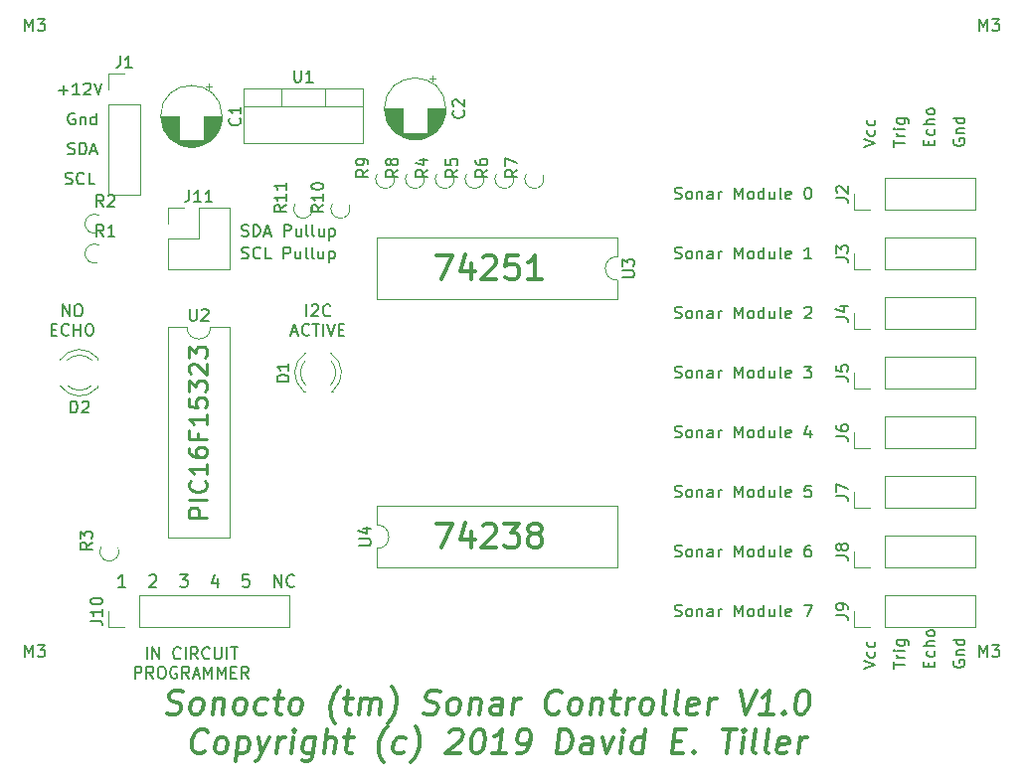
<source format=gto>
G04 #@! TF.GenerationSoftware,KiCad,Pcbnew,(5.1.0-0)*
G04 #@! TF.CreationDate,2019-04-07T16:06:34-04:00*
G04 #@! TF.ProjectId,SonoctoWide,536f6e6f-6374-46f5-9769-64652e6b6963,rev?*
G04 #@! TF.SameCoordinates,Original*
G04 #@! TF.FileFunction,Legend,Top*
G04 #@! TF.FilePolarity,Positive*
%FSLAX46Y46*%
G04 Gerber Fmt 4.6, Leading zero omitted, Abs format (unit mm)*
G04 Created by KiCad (PCBNEW (5.1.0-0)) date 2019-04-07 16:06:34*
%MOMM*%
%LPD*%
G04 APERTURE LIST*
%ADD10C,0.254000*%
%ADD11C,0.304800*%
%ADD12C,0.150000*%
%ADD13C,0.120000*%
G04 APERTURE END LIST*
D10*
X113719428Y-101237142D02*
X112195428Y-101237142D01*
X112195428Y-100656571D01*
X112268000Y-100511428D01*
X112340571Y-100438857D01*
X112485714Y-100366285D01*
X112703428Y-100366285D01*
X112848571Y-100438857D01*
X112921142Y-100511428D01*
X112993714Y-100656571D01*
X112993714Y-101237142D01*
X113719428Y-99713142D02*
X112195428Y-99713142D01*
X113574285Y-98116571D02*
X113646857Y-98189142D01*
X113719428Y-98406857D01*
X113719428Y-98552000D01*
X113646857Y-98769714D01*
X113501714Y-98914857D01*
X113356571Y-98987428D01*
X113066285Y-99060000D01*
X112848571Y-99060000D01*
X112558285Y-98987428D01*
X112413142Y-98914857D01*
X112268000Y-98769714D01*
X112195428Y-98552000D01*
X112195428Y-98406857D01*
X112268000Y-98189142D01*
X112340571Y-98116571D01*
X113719428Y-96665142D02*
X113719428Y-97536000D01*
X113719428Y-97100571D02*
X112195428Y-97100571D01*
X112413142Y-97245714D01*
X112558285Y-97390857D01*
X112630857Y-97536000D01*
X112195428Y-95358857D02*
X112195428Y-95649142D01*
X112268000Y-95794285D01*
X112340571Y-95866857D01*
X112558285Y-96012000D01*
X112848571Y-96084571D01*
X113429142Y-96084571D01*
X113574285Y-96012000D01*
X113646857Y-95939428D01*
X113719428Y-95794285D01*
X113719428Y-95504000D01*
X113646857Y-95358857D01*
X113574285Y-95286285D01*
X113429142Y-95213714D01*
X113066285Y-95213714D01*
X112921142Y-95286285D01*
X112848571Y-95358857D01*
X112776000Y-95504000D01*
X112776000Y-95794285D01*
X112848571Y-95939428D01*
X112921142Y-96012000D01*
X113066285Y-96084571D01*
X112921142Y-94052571D02*
X112921142Y-94560571D01*
X113719428Y-94560571D02*
X112195428Y-94560571D01*
X112195428Y-93834857D01*
X113719428Y-92456000D02*
X113719428Y-93326857D01*
X113719428Y-92891428D02*
X112195428Y-92891428D01*
X112413142Y-93036571D01*
X112558285Y-93181714D01*
X112630857Y-93326857D01*
X112195428Y-91077142D02*
X112195428Y-91802857D01*
X112921142Y-91875428D01*
X112848571Y-91802857D01*
X112776000Y-91657714D01*
X112776000Y-91294857D01*
X112848571Y-91149714D01*
X112921142Y-91077142D01*
X113066285Y-91004571D01*
X113429142Y-91004571D01*
X113574285Y-91077142D01*
X113646857Y-91149714D01*
X113719428Y-91294857D01*
X113719428Y-91657714D01*
X113646857Y-91802857D01*
X113574285Y-91875428D01*
X112195428Y-90496571D02*
X112195428Y-89553142D01*
X112776000Y-90061142D01*
X112776000Y-89843428D01*
X112848571Y-89698285D01*
X112921142Y-89625714D01*
X113066285Y-89553142D01*
X113429142Y-89553142D01*
X113574285Y-89625714D01*
X113646857Y-89698285D01*
X113719428Y-89843428D01*
X113719428Y-90278857D01*
X113646857Y-90424000D01*
X113574285Y-90496571D01*
X112340571Y-88972571D02*
X112268000Y-88900000D01*
X112195428Y-88754857D01*
X112195428Y-88392000D01*
X112268000Y-88246857D01*
X112340571Y-88174285D01*
X112485714Y-88101714D01*
X112630857Y-88101714D01*
X112848571Y-88174285D01*
X113719428Y-89045142D01*
X113719428Y-88101714D01*
X112195428Y-87593714D02*
X112195428Y-86650285D01*
X112776000Y-87158285D01*
X112776000Y-86940571D01*
X112848571Y-86795428D01*
X112921142Y-86722857D01*
X113066285Y-86650285D01*
X113429142Y-86650285D01*
X113574285Y-86722857D01*
X113646857Y-86795428D01*
X113719428Y-86940571D01*
X113719428Y-87376000D01*
X113646857Y-87521142D01*
X113574285Y-87593714D01*
D11*
X133247190Y-101757238D02*
X134601857Y-101757238D01*
X133731000Y-103789238D01*
X136246809Y-102434571D02*
X136246809Y-103789238D01*
X135763000Y-101660476D02*
X135279190Y-103111904D01*
X136537095Y-103111904D01*
X137214428Y-101950761D02*
X137311190Y-101854000D01*
X137504714Y-101757238D01*
X137988523Y-101757238D01*
X138182047Y-101854000D01*
X138278809Y-101950761D01*
X138375571Y-102144285D01*
X138375571Y-102337809D01*
X138278809Y-102628095D01*
X137117666Y-103789238D01*
X138375571Y-103789238D01*
X139052904Y-101757238D02*
X140310809Y-101757238D01*
X139633476Y-102531333D01*
X139923761Y-102531333D01*
X140117285Y-102628095D01*
X140214047Y-102724857D01*
X140310809Y-102918380D01*
X140310809Y-103402190D01*
X140214047Y-103595714D01*
X140117285Y-103692476D01*
X139923761Y-103789238D01*
X139343190Y-103789238D01*
X139149666Y-103692476D01*
X139052904Y-103595714D01*
X141471952Y-102628095D02*
X141278428Y-102531333D01*
X141181666Y-102434571D01*
X141084904Y-102241047D01*
X141084904Y-102144285D01*
X141181666Y-101950761D01*
X141278428Y-101854000D01*
X141471952Y-101757238D01*
X141859000Y-101757238D01*
X142052523Y-101854000D01*
X142149285Y-101950761D01*
X142246047Y-102144285D01*
X142246047Y-102241047D01*
X142149285Y-102434571D01*
X142052523Y-102531333D01*
X141859000Y-102628095D01*
X141471952Y-102628095D01*
X141278428Y-102724857D01*
X141181666Y-102821619D01*
X141084904Y-103015142D01*
X141084904Y-103402190D01*
X141181666Y-103595714D01*
X141278428Y-103692476D01*
X141471952Y-103789238D01*
X141859000Y-103789238D01*
X142052523Y-103692476D01*
X142149285Y-103595714D01*
X142246047Y-103402190D01*
X142246047Y-103015142D01*
X142149285Y-102821619D01*
X142052523Y-102724857D01*
X141859000Y-102628095D01*
X133247190Y-78897238D02*
X134601857Y-78897238D01*
X133731000Y-80929238D01*
X136246809Y-79574571D02*
X136246809Y-80929238D01*
X135763000Y-78800476D02*
X135279190Y-80251904D01*
X136537095Y-80251904D01*
X137214428Y-79090761D02*
X137311190Y-78994000D01*
X137504714Y-78897238D01*
X137988523Y-78897238D01*
X138182047Y-78994000D01*
X138278809Y-79090761D01*
X138375571Y-79284285D01*
X138375571Y-79477809D01*
X138278809Y-79768095D01*
X137117666Y-80929238D01*
X138375571Y-80929238D01*
X140214047Y-78897238D02*
X139246428Y-78897238D01*
X139149666Y-79864857D01*
X139246428Y-79768095D01*
X139439952Y-79671333D01*
X139923761Y-79671333D01*
X140117285Y-79768095D01*
X140214047Y-79864857D01*
X140310809Y-80058380D01*
X140310809Y-80542190D01*
X140214047Y-80735714D01*
X140117285Y-80832476D01*
X139923761Y-80929238D01*
X139439952Y-80929238D01*
X139246428Y-80832476D01*
X139149666Y-80735714D01*
X142246047Y-80929238D02*
X141084904Y-80929238D01*
X141665476Y-80929238D02*
X141665476Y-78897238D01*
X141471952Y-79187523D01*
X141278428Y-79381047D01*
X141084904Y-79477809D01*
X110317068Y-117891076D02*
X110595258Y-117987838D01*
X111079068Y-117987838D01*
X111284687Y-117891076D01*
X111393544Y-117794314D01*
X111514496Y-117600790D01*
X111538687Y-117407266D01*
X111466115Y-117213742D01*
X111381449Y-117116980D01*
X111200020Y-117020219D01*
X110825068Y-116923457D01*
X110643639Y-116826695D01*
X110558973Y-116729933D01*
X110486401Y-116536409D01*
X110510592Y-116342885D01*
X110631544Y-116149361D01*
X110740401Y-116052600D01*
X110946020Y-115955838D01*
X111429830Y-115955838D01*
X111708020Y-116052600D01*
X112627258Y-117987838D02*
X112445830Y-117891076D01*
X112361163Y-117794314D01*
X112288592Y-117600790D01*
X112361163Y-117020219D01*
X112482115Y-116826695D01*
X112590973Y-116729933D01*
X112796592Y-116633171D01*
X113086877Y-116633171D01*
X113268306Y-116729933D01*
X113352973Y-116826695D01*
X113425544Y-117020219D01*
X113352973Y-117600790D01*
X113232020Y-117794314D01*
X113123163Y-117891076D01*
X112917544Y-117987838D01*
X112627258Y-117987838D01*
X114344782Y-116633171D02*
X114175449Y-117987838D01*
X114320592Y-116826695D02*
X114429449Y-116729933D01*
X114635068Y-116633171D01*
X114925354Y-116633171D01*
X115106782Y-116729933D01*
X115179354Y-116923457D01*
X115046306Y-117987838D01*
X116304211Y-117987838D02*
X116122782Y-117891076D01*
X116038115Y-117794314D01*
X115965544Y-117600790D01*
X116038115Y-117020219D01*
X116159068Y-116826695D01*
X116267925Y-116729933D01*
X116473544Y-116633171D01*
X116763830Y-116633171D01*
X116945258Y-116729933D01*
X117029925Y-116826695D01*
X117102496Y-117020219D01*
X117029925Y-117600790D01*
X116908973Y-117794314D01*
X116800115Y-117891076D01*
X116594496Y-117987838D01*
X116304211Y-117987838D01*
X118735354Y-117891076D02*
X118529734Y-117987838D01*
X118142687Y-117987838D01*
X117961258Y-117891076D01*
X117876592Y-117794314D01*
X117804020Y-117600790D01*
X117876592Y-117020219D01*
X117997544Y-116826695D01*
X118106401Y-116729933D01*
X118312020Y-116633171D01*
X118699068Y-116633171D01*
X118880496Y-116729933D01*
X119473163Y-116633171D02*
X120247258Y-116633171D01*
X119848115Y-115955838D02*
X119630401Y-117697552D01*
X119702973Y-117891076D01*
X119884401Y-117987838D01*
X120077925Y-117987838D01*
X121045544Y-117987838D02*
X120864115Y-117891076D01*
X120779449Y-117794314D01*
X120706877Y-117600790D01*
X120779449Y-117020219D01*
X120900401Y-116826695D01*
X121009258Y-116729933D01*
X121214877Y-116633171D01*
X121505163Y-116633171D01*
X121686592Y-116729933D01*
X121771258Y-116826695D01*
X121843830Y-117020219D01*
X121771258Y-117600790D01*
X121650306Y-117794314D01*
X121541449Y-117891076D01*
X121335830Y-117987838D01*
X121045544Y-117987838D01*
X124625734Y-118761933D02*
X124541068Y-118665171D01*
X124383830Y-118374885D01*
X124311258Y-118181361D01*
X124250782Y-117891076D01*
X124214496Y-117407266D01*
X124262877Y-117020219D01*
X124420115Y-116536409D01*
X124553163Y-116246123D01*
X124674115Y-116052600D01*
X124903925Y-115762314D01*
X125012782Y-115665552D01*
X125375639Y-116633171D02*
X126149734Y-116633171D01*
X125750592Y-115955838D02*
X125532877Y-117697552D01*
X125605449Y-117891076D01*
X125786877Y-117987838D01*
X125980401Y-117987838D01*
X126657734Y-117987838D02*
X126827068Y-116633171D01*
X126802877Y-116826695D02*
X126911734Y-116729933D01*
X127117354Y-116633171D01*
X127407639Y-116633171D01*
X127589068Y-116729933D01*
X127661639Y-116923457D01*
X127528592Y-117987838D01*
X127661639Y-116923457D02*
X127782592Y-116729933D01*
X127988211Y-116633171D01*
X128278496Y-116633171D01*
X128459925Y-116729933D01*
X128532496Y-116923457D01*
X128399449Y-117987838D01*
X129076782Y-118761933D02*
X129185639Y-118665171D01*
X129415449Y-118374885D01*
X129536401Y-118181361D01*
X129669449Y-117891076D01*
X129826687Y-117407266D01*
X129875068Y-117020219D01*
X129838782Y-116536409D01*
X129778306Y-116246123D01*
X129705734Y-116052600D01*
X129548496Y-115762314D01*
X129463830Y-115665552D01*
X132185258Y-117891076D02*
X132463449Y-117987838D01*
X132947258Y-117987838D01*
X133152877Y-117891076D01*
X133261734Y-117794314D01*
X133382687Y-117600790D01*
X133406877Y-117407266D01*
X133334306Y-117213742D01*
X133249639Y-117116980D01*
X133068211Y-117020219D01*
X132693258Y-116923457D01*
X132511830Y-116826695D01*
X132427163Y-116729933D01*
X132354592Y-116536409D01*
X132378782Y-116342885D01*
X132499734Y-116149361D01*
X132608592Y-116052600D01*
X132814211Y-115955838D01*
X133298020Y-115955838D01*
X133576211Y-116052600D01*
X134495449Y-117987838D02*
X134314020Y-117891076D01*
X134229354Y-117794314D01*
X134156782Y-117600790D01*
X134229354Y-117020219D01*
X134350306Y-116826695D01*
X134459163Y-116729933D01*
X134664782Y-116633171D01*
X134955068Y-116633171D01*
X135136496Y-116729933D01*
X135221163Y-116826695D01*
X135293734Y-117020219D01*
X135221163Y-117600790D01*
X135100211Y-117794314D01*
X134991354Y-117891076D01*
X134785734Y-117987838D01*
X134495449Y-117987838D01*
X136212973Y-116633171D02*
X136043639Y-117987838D01*
X136188782Y-116826695D02*
X136297639Y-116729933D01*
X136503258Y-116633171D01*
X136793544Y-116633171D01*
X136974973Y-116729933D01*
X137047544Y-116923457D01*
X136914496Y-117987838D01*
X138752973Y-117987838D02*
X138886020Y-116923457D01*
X138813449Y-116729933D01*
X138632020Y-116633171D01*
X138244973Y-116633171D01*
X138039354Y-116729933D01*
X138765068Y-117891076D02*
X138559449Y-117987838D01*
X138075639Y-117987838D01*
X137894211Y-117891076D01*
X137821639Y-117697552D01*
X137845830Y-117504028D01*
X137966782Y-117310504D01*
X138172401Y-117213742D01*
X138656211Y-117213742D01*
X138861830Y-117116980D01*
X139720592Y-117987838D02*
X139889925Y-116633171D01*
X139841544Y-117020219D02*
X139962496Y-116826695D01*
X140071354Y-116729933D01*
X140276973Y-116633171D01*
X140470496Y-116633171D01*
X143712020Y-117794314D02*
X143603163Y-117891076D01*
X143300782Y-117987838D01*
X143107258Y-117987838D01*
X142829068Y-117891076D01*
X142659734Y-117697552D01*
X142587163Y-117504028D01*
X142538782Y-117116980D01*
X142575068Y-116826695D01*
X142720211Y-116439647D01*
X142841163Y-116246123D01*
X143058877Y-116052600D01*
X143361258Y-115955838D01*
X143554782Y-115955838D01*
X143832973Y-116052600D01*
X143917639Y-116149361D01*
X144848973Y-117987838D02*
X144667544Y-117891076D01*
X144582877Y-117794314D01*
X144510306Y-117600790D01*
X144582877Y-117020219D01*
X144703830Y-116826695D01*
X144812687Y-116729933D01*
X145018306Y-116633171D01*
X145308592Y-116633171D01*
X145490020Y-116729933D01*
X145574687Y-116826695D01*
X145647258Y-117020219D01*
X145574687Y-117600790D01*
X145453734Y-117794314D01*
X145344877Y-117891076D01*
X145139258Y-117987838D01*
X144848973Y-117987838D01*
X146566496Y-116633171D02*
X146397163Y-117987838D01*
X146542306Y-116826695D02*
X146651163Y-116729933D01*
X146856782Y-116633171D01*
X147147068Y-116633171D01*
X147328496Y-116729933D01*
X147401068Y-116923457D01*
X147268020Y-117987838D01*
X148114687Y-116633171D02*
X148888782Y-116633171D01*
X148489639Y-115955838D02*
X148271925Y-117697552D01*
X148344496Y-117891076D01*
X148525925Y-117987838D01*
X148719449Y-117987838D01*
X149396782Y-117987838D02*
X149566115Y-116633171D01*
X149517735Y-117020219D02*
X149638687Y-116826695D01*
X149747544Y-116729933D01*
X149953163Y-116633171D01*
X150146687Y-116633171D01*
X150944973Y-117987838D02*
X150763544Y-117891076D01*
X150678877Y-117794314D01*
X150606306Y-117600790D01*
X150678877Y-117020219D01*
X150799830Y-116826695D01*
X150908687Y-116729933D01*
X151114306Y-116633171D01*
X151404592Y-116633171D01*
X151586020Y-116729933D01*
X151670687Y-116826695D01*
X151743258Y-117020219D01*
X151670687Y-117600790D01*
X151549735Y-117794314D01*
X151440877Y-117891076D01*
X151235258Y-117987838D01*
X150944973Y-117987838D01*
X152783449Y-117987838D02*
X152602020Y-117891076D01*
X152529449Y-117697552D01*
X152747163Y-115955838D01*
X153847830Y-117987838D02*
X153666401Y-117891076D01*
X153593830Y-117697552D01*
X153811544Y-115955838D01*
X155408115Y-117891076D02*
X155202496Y-117987838D01*
X154815449Y-117987838D01*
X154634020Y-117891076D01*
X154561449Y-117697552D01*
X154658211Y-116923457D01*
X154779163Y-116729933D01*
X154984782Y-116633171D01*
X155371830Y-116633171D01*
X155553258Y-116729933D01*
X155625830Y-116923457D01*
X155601639Y-117116980D01*
X154609830Y-117310504D01*
X156363639Y-117987838D02*
X156532973Y-116633171D01*
X156484592Y-117020219D02*
X156605544Y-116826695D01*
X156714401Y-116729933D01*
X156920020Y-116633171D01*
X157113544Y-116633171D01*
X159133449Y-115955838D02*
X159556782Y-117987838D01*
X160488115Y-115955838D01*
X161975830Y-117987838D02*
X160814687Y-117987838D01*
X161395258Y-117987838D02*
X161649258Y-115955838D01*
X161419449Y-116246123D01*
X161201734Y-116439647D01*
X160996115Y-116536409D01*
X162870877Y-117794314D02*
X162955544Y-117891076D01*
X162846687Y-117987838D01*
X162762020Y-117891076D01*
X162870877Y-117794314D01*
X162846687Y-117987838D01*
X164455354Y-115955838D02*
X164648877Y-115955838D01*
X164830306Y-116052600D01*
X164914973Y-116149361D01*
X164987544Y-116342885D01*
X165035925Y-116729933D01*
X164975449Y-117213742D01*
X164830306Y-117600790D01*
X164709354Y-117794314D01*
X164600496Y-117891076D01*
X164394877Y-117987838D01*
X164201354Y-117987838D01*
X164019925Y-117891076D01*
X163935258Y-117794314D01*
X163862687Y-117600790D01*
X163814306Y-117213742D01*
X163874782Y-116729933D01*
X164019925Y-116342885D01*
X164140877Y-116149361D01*
X164249735Y-116052600D01*
X164455354Y-115955838D01*
X113570687Y-121147114D02*
X113461830Y-121243876D01*
X113159449Y-121340638D01*
X112965925Y-121340638D01*
X112687735Y-121243876D01*
X112518401Y-121050352D01*
X112445830Y-120856828D01*
X112397449Y-120469780D01*
X112433735Y-120179495D01*
X112578877Y-119792447D01*
X112699830Y-119598923D01*
X112917544Y-119405400D01*
X113219925Y-119308638D01*
X113413449Y-119308638D01*
X113691639Y-119405400D01*
X113776306Y-119502161D01*
X114707639Y-121340638D02*
X114526211Y-121243876D01*
X114441544Y-121147114D01*
X114368973Y-120953590D01*
X114441544Y-120373019D01*
X114562496Y-120179495D01*
X114671354Y-120082733D01*
X114876973Y-119985971D01*
X115167258Y-119985971D01*
X115348687Y-120082733D01*
X115433354Y-120179495D01*
X115505925Y-120373019D01*
X115433354Y-120953590D01*
X115312401Y-121147114D01*
X115203544Y-121243876D01*
X114997925Y-121340638D01*
X114707639Y-121340638D01*
X116425163Y-119985971D02*
X116171163Y-122017971D01*
X116413068Y-120082733D02*
X116618687Y-119985971D01*
X117005735Y-119985971D01*
X117187163Y-120082733D01*
X117271830Y-120179495D01*
X117344401Y-120373019D01*
X117271830Y-120953590D01*
X117150877Y-121147114D01*
X117042020Y-121243876D01*
X116836401Y-121340638D01*
X116449354Y-121340638D01*
X116267925Y-121243876D01*
X118070115Y-119985971D02*
X118384592Y-121340638D01*
X119037735Y-119985971D02*
X118384592Y-121340638D01*
X118130592Y-121824447D01*
X118021735Y-121921209D01*
X117816115Y-122017971D01*
X119642496Y-121340638D02*
X119811830Y-119985971D01*
X119763449Y-120373019D02*
X119884401Y-120179495D01*
X119993258Y-120082733D01*
X120198877Y-119985971D01*
X120392401Y-119985971D01*
X120900401Y-121340638D02*
X121069735Y-119985971D01*
X121154401Y-119308638D02*
X121045544Y-119405400D01*
X121130211Y-119502161D01*
X121239068Y-119405400D01*
X121154401Y-119308638D01*
X121130211Y-119502161D01*
X122908211Y-119985971D02*
X122702592Y-121630923D01*
X122581639Y-121824447D01*
X122472782Y-121921209D01*
X122267163Y-122017971D01*
X121976877Y-122017971D01*
X121795449Y-121921209D01*
X122750973Y-121243876D02*
X122545354Y-121340638D01*
X122158306Y-121340638D01*
X121976877Y-121243876D01*
X121892211Y-121147114D01*
X121819639Y-120953590D01*
X121892211Y-120373019D01*
X122013163Y-120179495D01*
X122122020Y-120082733D01*
X122327639Y-119985971D01*
X122714687Y-119985971D01*
X122896115Y-120082733D01*
X123706496Y-121340638D02*
X123960496Y-119308638D01*
X124577354Y-121340638D02*
X124710401Y-120276257D01*
X124637830Y-120082733D01*
X124456401Y-119985971D01*
X124166115Y-119985971D01*
X123960496Y-120082733D01*
X123851639Y-120179495D01*
X125424020Y-119985971D02*
X126198115Y-119985971D01*
X125798973Y-119308638D02*
X125581258Y-121050352D01*
X125653830Y-121243876D01*
X125835258Y-121340638D01*
X126028782Y-121340638D01*
X128738115Y-122114733D02*
X128653449Y-122017971D01*
X128496211Y-121727685D01*
X128423639Y-121534161D01*
X128363163Y-121243876D01*
X128326877Y-120760066D01*
X128375258Y-120373019D01*
X128532496Y-119889209D01*
X128665544Y-119598923D01*
X128786496Y-119405400D01*
X129016306Y-119115114D01*
X129125163Y-119018352D01*
X130491925Y-121243876D02*
X130286306Y-121340638D01*
X129899258Y-121340638D01*
X129717830Y-121243876D01*
X129633163Y-121147114D01*
X129560592Y-120953590D01*
X129633163Y-120373019D01*
X129754115Y-120179495D01*
X129862973Y-120082733D01*
X130068592Y-119985971D01*
X130455639Y-119985971D01*
X130637068Y-120082733D01*
X131060401Y-122114733D02*
X131169258Y-122017971D01*
X131399068Y-121727685D01*
X131520020Y-121534161D01*
X131653068Y-121243876D01*
X131810306Y-120760066D01*
X131858687Y-120373019D01*
X131822401Y-119889209D01*
X131761925Y-119598923D01*
X131689354Y-119405400D01*
X131532115Y-119115114D01*
X131447449Y-119018352D01*
X134386592Y-119502161D02*
X134495449Y-119405400D01*
X134701068Y-119308638D01*
X135184877Y-119308638D01*
X135366306Y-119405400D01*
X135450973Y-119502161D01*
X135523544Y-119695685D01*
X135499354Y-119889209D01*
X135366306Y-120179495D01*
X134060020Y-121340638D01*
X135317925Y-121340638D01*
X136829830Y-119308638D02*
X137023354Y-119308638D01*
X137204782Y-119405400D01*
X137289449Y-119502161D01*
X137362020Y-119695685D01*
X137410401Y-120082733D01*
X137349925Y-120566542D01*
X137204782Y-120953590D01*
X137083830Y-121147114D01*
X136974973Y-121243876D01*
X136769354Y-121340638D01*
X136575830Y-121340638D01*
X136394401Y-121243876D01*
X136309735Y-121147114D01*
X136237163Y-120953590D01*
X136188782Y-120566542D01*
X136249258Y-120082733D01*
X136394401Y-119695685D01*
X136515354Y-119502161D01*
X136624211Y-119405400D01*
X136829830Y-119308638D01*
X139188401Y-121340638D02*
X138027258Y-121340638D01*
X138607830Y-121340638D02*
X138861830Y-119308638D01*
X138632020Y-119598923D01*
X138414306Y-119792447D01*
X138208687Y-119889209D01*
X140156020Y-121340638D02*
X140543068Y-121340638D01*
X140748687Y-121243876D01*
X140857544Y-121147114D01*
X141087354Y-120856828D01*
X141232496Y-120469780D01*
X141329258Y-119695685D01*
X141256687Y-119502161D01*
X141172020Y-119405400D01*
X140990592Y-119308638D01*
X140603544Y-119308638D01*
X140397925Y-119405400D01*
X140289068Y-119502161D01*
X140168115Y-119695685D01*
X140107639Y-120179495D01*
X140180211Y-120373019D01*
X140264877Y-120469780D01*
X140446306Y-120566542D01*
X140833354Y-120566542D01*
X141038973Y-120469780D01*
X141147830Y-120373019D01*
X141268782Y-120179495D01*
X143542687Y-121340638D02*
X143796687Y-119308638D01*
X144280496Y-119308638D01*
X144558687Y-119405400D01*
X144728020Y-119598923D01*
X144800592Y-119792447D01*
X144848973Y-120179495D01*
X144812687Y-120469780D01*
X144667544Y-120856828D01*
X144546592Y-121050352D01*
X144328877Y-121243876D01*
X144026496Y-121340638D01*
X143542687Y-121340638D01*
X146445544Y-121340638D02*
X146578592Y-120276257D01*
X146506020Y-120082733D01*
X146324592Y-119985971D01*
X145937544Y-119985971D01*
X145731925Y-120082733D01*
X146457639Y-121243876D02*
X146252020Y-121340638D01*
X145768211Y-121340638D01*
X145586782Y-121243876D01*
X145514211Y-121050352D01*
X145538401Y-120856828D01*
X145659354Y-120663304D01*
X145864973Y-120566542D01*
X146348782Y-120566542D01*
X146554401Y-120469780D01*
X147388973Y-119985971D02*
X147703449Y-121340638D01*
X148356592Y-119985971D01*
X148961354Y-121340638D02*
X149130687Y-119985971D01*
X149215354Y-119308638D02*
X149106496Y-119405400D01*
X149191163Y-119502161D01*
X149300020Y-119405400D01*
X149215354Y-119308638D01*
X149191163Y-119502161D01*
X150799830Y-121340638D02*
X151053830Y-119308638D01*
X150811925Y-121243876D02*
X150606306Y-121340638D01*
X150219258Y-121340638D01*
X150037830Y-121243876D01*
X149953163Y-121147114D01*
X149880592Y-120953590D01*
X149953163Y-120373019D01*
X150074115Y-120179495D01*
X150182973Y-120082733D01*
X150388592Y-119985971D01*
X150775639Y-119985971D01*
X150957068Y-120082733D01*
X153448687Y-120276257D02*
X154126020Y-120276257D01*
X154283258Y-121340638D02*
X153315639Y-121340638D01*
X153569639Y-119308638D01*
X154537258Y-119308638D01*
X155178306Y-121147114D02*
X155262973Y-121243876D01*
X155154115Y-121340638D01*
X155069449Y-121243876D01*
X155178306Y-121147114D01*
X155154115Y-121340638D01*
X157633639Y-119308638D02*
X158794782Y-119308638D01*
X157960211Y-121340638D02*
X158214211Y-119308638D01*
X159218115Y-121340638D02*
X159387449Y-119985971D01*
X159472115Y-119308638D02*
X159363258Y-119405400D01*
X159447925Y-119502161D01*
X159556782Y-119405400D01*
X159472115Y-119308638D01*
X159447925Y-119502161D01*
X160476020Y-121340638D02*
X160294592Y-121243876D01*
X160222020Y-121050352D01*
X160439735Y-119308638D01*
X161540401Y-121340638D02*
X161358973Y-121243876D01*
X161286401Y-121050352D01*
X161504115Y-119308638D01*
X163100687Y-121243876D02*
X162895068Y-121340638D01*
X162508020Y-121340638D01*
X162326592Y-121243876D01*
X162254020Y-121050352D01*
X162350782Y-120276257D01*
X162471735Y-120082733D01*
X162677354Y-119985971D01*
X163064401Y-119985971D01*
X163245830Y-120082733D01*
X163318401Y-120276257D01*
X163294211Y-120469780D01*
X162302401Y-120663304D01*
X164056211Y-121340638D02*
X164225544Y-119985971D01*
X164177163Y-120373019D02*
X164298115Y-120179495D01*
X164406973Y-120082733D01*
X164612592Y-119985971D01*
X164806115Y-119985971D01*
D12*
X153575476Y-109624761D02*
X153718333Y-109672380D01*
X153956428Y-109672380D01*
X154051666Y-109624761D01*
X154099285Y-109577142D01*
X154146904Y-109481904D01*
X154146904Y-109386666D01*
X154099285Y-109291428D01*
X154051666Y-109243809D01*
X153956428Y-109196190D01*
X153765952Y-109148571D01*
X153670714Y-109100952D01*
X153623095Y-109053333D01*
X153575476Y-108958095D01*
X153575476Y-108862857D01*
X153623095Y-108767619D01*
X153670714Y-108720000D01*
X153765952Y-108672380D01*
X154004047Y-108672380D01*
X154146904Y-108720000D01*
X154718333Y-109672380D02*
X154623095Y-109624761D01*
X154575476Y-109577142D01*
X154527857Y-109481904D01*
X154527857Y-109196190D01*
X154575476Y-109100952D01*
X154623095Y-109053333D01*
X154718333Y-109005714D01*
X154861190Y-109005714D01*
X154956428Y-109053333D01*
X155004047Y-109100952D01*
X155051666Y-109196190D01*
X155051666Y-109481904D01*
X155004047Y-109577142D01*
X154956428Y-109624761D01*
X154861190Y-109672380D01*
X154718333Y-109672380D01*
X155480238Y-109005714D02*
X155480238Y-109672380D01*
X155480238Y-109100952D02*
X155527857Y-109053333D01*
X155623095Y-109005714D01*
X155765952Y-109005714D01*
X155861190Y-109053333D01*
X155908809Y-109148571D01*
X155908809Y-109672380D01*
X156813571Y-109672380D02*
X156813571Y-109148571D01*
X156765952Y-109053333D01*
X156670714Y-109005714D01*
X156480238Y-109005714D01*
X156385000Y-109053333D01*
X156813571Y-109624761D02*
X156718333Y-109672380D01*
X156480238Y-109672380D01*
X156385000Y-109624761D01*
X156337380Y-109529523D01*
X156337380Y-109434285D01*
X156385000Y-109339047D01*
X156480238Y-109291428D01*
X156718333Y-109291428D01*
X156813571Y-109243809D01*
X157289761Y-109672380D02*
X157289761Y-109005714D01*
X157289761Y-109196190D02*
X157337380Y-109100952D01*
X157385000Y-109053333D01*
X157480238Y-109005714D01*
X157575476Y-109005714D01*
X158670714Y-109672380D02*
X158670714Y-108672380D01*
X159004047Y-109386666D01*
X159337380Y-108672380D01*
X159337380Y-109672380D01*
X159956428Y-109672380D02*
X159861190Y-109624761D01*
X159813571Y-109577142D01*
X159765952Y-109481904D01*
X159765952Y-109196190D01*
X159813571Y-109100952D01*
X159861190Y-109053333D01*
X159956428Y-109005714D01*
X160099285Y-109005714D01*
X160194523Y-109053333D01*
X160242142Y-109100952D01*
X160289761Y-109196190D01*
X160289761Y-109481904D01*
X160242142Y-109577142D01*
X160194523Y-109624761D01*
X160099285Y-109672380D01*
X159956428Y-109672380D01*
X161146904Y-109672380D02*
X161146904Y-108672380D01*
X161146904Y-109624761D02*
X161051666Y-109672380D01*
X160861190Y-109672380D01*
X160765952Y-109624761D01*
X160718333Y-109577142D01*
X160670714Y-109481904D01*
X160670714Y-109196190D01*
X160718333Y-109100952D01*
X160765952Y-109053333D01*
X160861190Y-109005714D01*
X161051666Y-109005714D01*
X161146904Y-109053333D01*
X162051666Y-109005714D02*
X162051666Y-109672380D01*
X161623095Y-109005714D02*
X161623095Y-109529523D01*
X161670714Y-109624761D01*
X161765952Y-109672380D01*
X161908809Y-109672380D01*
X162004047Y-109624761D01*
X162051666Y-109577142D01*
X162670714Y-109672380D02*
X162575476Y-109624761D01*
X162527857Y-109529523D01*
X162527857Y-108672380D01*
X163432619Y-109624761D02*
X163337380Y-109672380D01*
X163146904Y-109672380D01*
X163051666Y-109624761D01*
X163004047Y-109529523D01*
X163004047Y-109148571D01*
X163051666Y-109053333D01*
X163146904Y-109005714D01*
X163337380Y-109005714D01*
X163432619Y-109053333D01*
X163480238Y-109148571D01*
X163480238Y-109243809D01*
X163004047Y-109339047D01*
X164575476Y-108672380D02*
X165242142Y-108672380D01*
X164813571Y-109672380D01*
X153575476Y-104544761D02*
X153718333Y-104592380D01*
X153956428Y-104592380D01*
X154051666Y-104544761D01*
X154099285Y-104497142D01*
X154146904Y-104401904D01*
X154146904Y-104306666D01*
X154099285Y-104211428D01*
X154051666Y-104163809D01*
X153956428Y-104116190D01*
X153765952Y-104068571D01*
X153670714Y-104020952D01*
X153623095Y-103973333D01*
X153575476Y-103878095D01*
X153575476Y-103782857D01*
X153623095Y-103687619D01*
X153670714Y-103640000D01*
X153765952Y-103592380D01*
X154004047Y-103592380D01*
X154146904Y-103640000D01*
X154718333Y-104592380D02*
X154623095Y-104544761D01*
X154575476Y-104497142D01*
X154527857Y-104401904D01*
X154527857Y-104116190D01*
X154575476Y-104020952D01*
X154623095Y-103973333D01*
X154718333Y-103925714D01*
X154861190Y-103925714D01*
X154956428Y-103973333D01*
X155004047Y-104020952D01*
X155051666Y-104116190D01*
X155051666Y-104401904D01*
X155004047Y-104497142D01*
X154956428Y-104544761D01*
X154861190Y-104592380D01*
X154718333Y-104592380D01*
X155480238Y-103925714D02*
X155480238Y-104592380D01*
X155480238Y-104020952D02*
X155527857Y-103973333D01*
X155623095Y-103925714D01*
X155765952Y-103925714D01*
X155861190Y-103973333D01*
X155908809Y-104068571D01*
X155908809Y-104592380D01*
X156813571Y-104592380D02*
X156813571Y-104068571D01*
X156765952Y-103973333D01*
X156670714Y-103925714D01*
X156480238Y-103925714D01*
X156385000Y-103973333D01*
X156813571Y-104544761D02*
X156718333Y-104592380D01*
X156480238Y-104592380D01*
X156385000Y-104544761D01*
X156337380Y-104449523D01*
X156337380Y-104354285D01*
X156385000Y-104259047D01*
X156480238Y-104211428D01*
X156718333Y-104211428D01*
X156813571Y-104163809D01*
X157289761Y-104592380D02*
X157289761Y-103925714D01*
X157289761Y-104116190D02*
X157337380Y-104020952D01*
X157385000Y-103973333D01*
X157480238Y-103925714D01*
X157575476Y-103925714D01*
X158670714Y-104592380D02*
X158670714Y-103592380D01*
X159004047Y-104306666D01*
X159337380Y-103592380D01*
X159337380Y-104592380D01*
X159956428Y-104592380D02*
X159861190Y-104544761D01*
X159813571Y-104497142D01*
X159765952Y-104401904D01*
X159765952Y-104116190D01*
X159813571Y-104020952D01*
X159861190Y-103973333D01*
X159956428Y-103925714D01*
X160099285Y-103925714D01*
X160194523Y-103973333D01*
X160242142Y-104020952D01*
X160289761Y-104116190D01*
X160289761Y-104401904D01*
X160242142Y-104497142D01*
X160194523Y-104544761D01*
X160099285Y-104592380D01*
X159956428Y-104592380D01*
X161146904Y-104592380D02*
X161146904Y-103592380D01*
X161146904Y-104544761D02*
X161051666Y-104592380D01*
X160861190Y-104592380D01*
X160765952Y-104544761D01*
X160718333Y-104497142D01*
X160670714Y-104401904D01*
X160670714Y-104116190D01*
X160718333Y-104020952D01*
X160765952Y-103973333D01*
X160861190Y-103925714D01*
X161051666Y-103925714D01*
X161146904Y-103973333D01*
X162051666Y-103925714D02*
X162051666Y-104592380D01*
X161623095Y-103925714D02*
X161623095Y-104449523D01*
X161670714Y-104544761D01*
X161765952Y-104592380D01*
X161908809Y-104592380D01*
X162004047Y-104544761D01*
X162051666Y-104497142D01*
X162670714Y-104592380D02*
X162575476Y-104544761D01*
X162527857Y-104449523D01*
X162527857Y-103592380D01*
X163432619Y-104544761D02*
X163337380Y-104592380D01*
X163146904Y-104592380D01*
X163051666Y-104544761D01*
X163004047Y-104449523D01*
X163004047Y-104068571D01*
X163051666Y-103973333D01*
X163146904Y-103925714D01*
X163337380Y-103925714D01*
X163432619Y-103973333D01*
X163480238Y-104068571D01*
X163480238Y-104163809D01*
X163004047Y-104259047D01*
X165099285Y-103592380D02*
X164908809Y-103592380D01*
X164813571Y-103640000D01*
X164765952Y-103687619D01*
X164670714Y-103830476D01*
X164623095Y-104020952D01*
X164623095Y-104401904D01*
X164670714Y-104497142D01*
X164718333Y-104544761D01*
X164813571Y-104592380D01*
X165004047Y-104592380D01*
X165099285Y-104544761D01*
X165146904Y-104497142D01*
X165194523Y-104401904D01*
X165194523Y-104163809D01*
X165146904Y-104068571D01*
X165099285Y-104020952D01*
X165004047Y-103973333D01*
X164813571Y-103973333D01*
X164718333Y-104020952D01*
X164670714Y-104068571D01*
X164623095Y-104163809D01*
X153575476Y-99464761D02*
X153718333Y-99512380D01*
X153956428Y-99512380D01*
X154051666Y-99464761D01*
X154099285Y-99417142D01*
X154146904Y-99321904D01*
X154146904Y-99226666D01*
X154099285Y-99131428D01*
X154051666Y-99083809D01*
X153956428Y-99036190D01*
X153765952Y-98988571D01*
X153670714Y-98940952D01*
X153623095Y-98893333D01*
X153575476Y-98798095D01*
X153575476Y-98702857D01*
X153623095Y-98607619D01*
X153670714Y-98560000D01*
X153765952Y-98512380D01*
X154004047Y-98512380D01*
X154146904Y-98560000D01*
X154718333Y-99512380D02*
X154623095Y-99464761D01*
X154575476Y-99417142D01*
X154527857Y-99321904D01*
X154527857Y-99036190D01*
X154575476Y-98940952D01*
X154623095Y-98893333D01*
X154718333Y-98845714D01*
X154861190Y-98845714D01*
X154956428Y-98893333D01*
X155004047Y-98940952D01*
X155051666Y-99036190D01*
X155051666Y-99321904D01*
X155004047Y-99417142D01*
X154956428Y-99464761D01*
X154861190Y-99512380D01*
X154718333Y-99512380D01*
X155480238Y-98845714D02*
X155480238Y-99512380D01*
X155480238Y-98940952D02*
X155527857Y-98893333D01*
X155623095Y-98845714D01*
X155765952Y-98845714D01*
X155861190Y-98893333D01*
X155908809Y-98988571D01*
X155908809Y-99512380D01*
X156813571Y-99512380D02*
X156813571Y-98988571D01*
X156765952Y-98893333D01*
X156670714Y-98845714D01*
X156480238Y-98845714D01*
X156385000Y-98893333D01*
X156813571Y-99464761D02*
X156718333Y-99512380D01*
X156480238Y-99512380D01*
X156385000Y-99464761D01*
X156337380Y-99369523D01*
X156337380Y-99274285D01*
X156385000Y-99179047D01*
X156480238Y-99131428D01*
X156718333Y-99131428D01*
X156813571Y-99083809D01*
X157289761Y-99512380D02*
X157289761Y-98845714D01*
X157289761Y-99036190D02*
X157337380Y-98940952D01*
X157385000Y-98893333D01*
X157480238Y-98845714D01*
X157575476Y-98845714D01*
X158670714Y-99512380D02*
X158670714Y-98512380D01*
X159004047Y-99226666D01*
X159337380Y-98512380D01*
X159337380Y-99512380D01*
X159956428Y-99512380D02*
X159861190Y-99464761D01*
X159813571Y-99417142D01*
X159765952Y-99321904D01*
X159765952Y-99036190D01*
X159813571Y-98940952D01*
X159861190Y-98893333D01*
X159956428Y-98845714D01*
X160099285Y-98845714D01*
X160194523Y-98893333D01*
X160242142Y-98940952D01*
X160289761Y-99036190D01*
X160289761Y-99321904D01*
X160242142Y-99417142D01*
X160194523Y-99464761D01*
X160099285Y-99512380D01*
X159956428Y-99512380D01*
X161146904Y-99512380D02*
X161146904Y-98512380D01*
X161146904Y-99464761D02*
X161051666Y-99512380D01*
X160861190Y-99512380D01*
X160765952Y-99464761D01*
X160718333Y-99417142D01*
X160670714Y-99321904D01*
X160670714Y-99036190D01*
X160718333Y-98940952D01*
X160765952Y-98893333D01*
X160861190Y-98845714D01*
X161051666Y-98845714D01*
X161146904Y-98893333D01*
X162051666Y-98845714D02*
X162051666Y-99512380D01*
X161623095Y-98845714D02*
X161623095Y-99369523D01*
X161670714Y-99464761D01*
X161765952Y-99512380D01*
X161908809Y-99512380D01*
X162004047Y-99464761D01*
X162051666Y-99417142D01*
X162670714Y-99512380D02*
X162575476Y-99464761D01*
X162527857Y-99369523D01*
X162527857Y-98512380D01*
X163432619Y-99464761D02*
X163337380Y-99512380D01*
X163146904Y-99512380D01*
X163051666Y-99464761D01*
X163004047Y-99369523D01*
X163004047Y-98988571D01*
X163051666Y-98893333D01*
X163146904Y-98845714D01*
X163337380Y-98845714D01*
X163432619Y-98893333D01*
X163480238Y-98988571D01*
X163480238Y-99083809D01*
X163004047Y-99179047D01*
X165146904Y-98512380D02*
X164670714Y-98512380D01*
X164623095Y-98988571D01*
X164670714Y-98940952D01*
X164765952Y-98893333D01*
X165004047Y-98893333D01*
X165099285Y-98940952D01*
X165146904Y-98988571D01*
X165194523Y-99083809D01*
X165194523Y-99321904D01*
X165146904Y-99417142D01*
X165099285Y-99464761D01*
X165004047Y-99512380D01*
X164765952Y-99512380D01*
X164670714Y-99464761D01*
X164623095Y-99417142D01*
X153575476Y-94384761D02*
X153718333Y-94432380D01*
X153956428Y-94432380D01*
X154051666Y-94384761D01*
X154099285Y-94337142D01*
X154146904Y-94241904D01*
X154146904Y-94146666D01*
X154099285Y-94051428D01*
X154051666Y-94003809D01*
X153956428Y-93956190D01*
X153765952Y-93908571D01*
X153670714Y-93860952D01*
X153623095Y-93813333D01*
X153575476Y-93718095D01*
X153575476Y-93622857D01*
X153623095Y-93527619D01*
X153670714Y-93480000D01*
X153765952Y-93432380D01*
X154004047Y-93432380D01*
X154146904Y-93480000D01*
X154718333Y-94432380D02*
X154623095Y-94384761D01*
X154575476Y-94337142D01*
X154527857Y-94241904D01*
X154527857Y-93956190D01*
X154575476Y-93860952D01*
X154623095Y-93813333D01*
X154718333Y-93765714D01*
X154861190Y-93765714D01*
X154956428Y-93813333D01*
X155004047Y-93860952D01*
X155051666Y-93956190D01*
X155051666Y-94241904D01*
X155004047Y-94337142D01*
X154956428Y-94384761D01*
X154861190Y-94432380D01*
X154718333Y-94432380D01*
X155480238Y-93765714D02*
X155480238Y-94432380D01*
X155480238Y-93860952D02*
X155527857Y-93813333D01*
X155623095Y-93765714D01*
X155765952Y-93765714D01*
X155861190Y-93813333D01*
X155908809Y-93908571D01*
X155908809Y-94432380D01*
X156813571Y-94432380D02*
X156813571Y-93908571D01*
X156765952Y-93813333D01*
X156670714Y-93765714D01*
X156480238Y-93765714D01*
X156385000Y-93813333D01*
X156813571Y-94384761D02*
X156718333Y-94432380D01*
X156480238Y-94432380D01*
X156385000Y-94384761D01*
X156337380Y-94289523D01*
X156337380Y-94194285D01*
X156385000Y-94099047D01*
X156480238Y-94051428D01*
X156718333Y-94051428D01*
X156813571Y-94003809D01*
X157289761Y-94432380D02*
X157289761Y-93765714D01*
X157289761Y-93956190D02*
X157337380Y-93860952D01*
X157385000Y-93813333D01*
X157480238Y-93765714D01*
X157575476Y-93765714D01*
X158670714Y-94432380D02*
X158670714Y-93432380D01*
X159004047Y-94146666D01*
X159337380Y-93432380D01*
X159337380Y-94432380D01*
X159956428Y-94432380D02*
X159861190Y-94384761D01*
X159813571Y-94337142D01*
X159765952Y-94241904D01*
X159765952Y-93956190D01*
X159813571Y-93860952D01*
X159861190Y-93813333D01*
X159956428Y-93765714D01*
X160099285Y-93765714D01*
X160194523Y-93813333D01*
X160242142Y-93860952D01*
X160289761Y-93956190D01*
X160289761Y-94241904D01*
X160242142Y-94337142D01*
X160194523Y-94384761D01*
X160099285Y-94432380D01*
X159956428Y-94432380D01*
X161146904Y-94432380D02*
X161146904Y-93432380D01*
X161146904Y-94384761D02*
X161051666Y-94432380D01*
X160861190Y-94432380D01*
X160765952Y-94384761D01*
X160718333Y-94337142D01*
X160670714Y-94241904D01*
X160670714Y-93956190D01*
X160718333Y-93860952D01*
X160765952Y-93813333D01*
X160861190Y-93765714D01*
X161051666Y-93765714D01*
X161146904Y-93813333D01*
X162051666Y-93765714D02*
X162051666Y-94432380D01*
X161623095Y-93765714D02*
X161623095Y-94289523D01*
X161670714Y-94384761D01*
X161765952Y-94432380D01*
X161908809Y-94432380D01*
X162004047Y-94384761D01*
X162051666Y-94337142D01*
X162670714Y-94432380D02*
X162575476Y-94384761D01*
X162527857Y-94289523D01*
X162527857Y-93432380D01*
X163432619Y-94384761D02*
X163337380Y-94432380D01*
X163146904Y-94432380D01*
X163051666Y-94384761D01*
X163004047Y-94289523D01*
X163004047Y-93908571D01*
X163051666Y-93813333D01*
X163146904Y-93765714D01*
X163337380Y-93765714D01*
X163432619Y-93813333D01*
X163480238Y-93908571D01*
X163480238Y-94003809D01*
X163004047Y-94099047D01*
X165099285Y-93765714D02*
X165099285Y-94432380D01*
X164861190Y-93384761D02*
X164623095Y-94099047D01*
X165242142Y-94099047D01*
X153575476Y-89304761D02*
X153718333Y-89352380D01*
X153956428Y-89352380D01*
X154051666Y-89304761D01*
X154099285Y-89257142D01*
X154146904Y-89161904D01*
X154146904Y-89066666D01*
X154099285Y-88971428D01*
X154051666Y-88923809D01*
X153956428Y-88876190D01*
X153765952Y-88828571D01*
X153670714Y-88780952D01*
X153623095Y-88733333D01*
X153575476Y-88638095D01*
X153575476Y-88542857D01*
X153623095Y-88447619D01*
X153670714Y-88400000D01*
X153765952Y-88352380D01*
X154004047Y-88352380D01*
X154146904Y-88400000D01*
X154718333Y-89352380D02*
X154623095Y-89304761D01*
X154575476Y-89257142D01*
X154527857Y-89161904D01*
X154527857Y-88876190D01*
X154575476Y-88780952D01*
X154623095Y-88733333D01*
X154718333Y-88685714D01*
X154861190Y-88685714D01*
X154956428Y-88733333D01*
X155004047Y-88780952D01*
X155051666Y-88876190D01*
X155051666Y-89161904D01*
X155004047Y-89257142D01*
X154956428Y-89304761D01*
X154861190Y-89352380D01*
X154718333Y-89352380D01*
X155480238Y-88685714D02*
X155480238Y-89352380D01*
X155480238Y-88780952D02*
X155527857Y-88733333D01*
X155623095Y-88685714D01*
X155765952Y-88685714D01*
X155861190Y-88733333D01*
X155908809Y-88828571D01*
X155908809Y-89352380D01*
X156813571Y-89352380D02*
X156813571Y-88828571D01*
X156765952Y-88733333D01*
X156670714Y-88685714D01*
X156480238Y-88685714D01*
X156385000Y-88733333D01*
X156813571Y-89304761D02*
X156718333Y-89352380D01*
X156480238Y-89352380D01*
X156385000Y-89304761D01*
X156337380Y-89209523D01*
X156337380Y-89114285D01*
X156385000Y-89019047D01*
X156480238Y-88971428D01*
X156718333Y-88971428D01*
X156813571Y-88923809D01*
X157289761Y-89352380D02*
X157289761Y-88685714D01*
X157289761Y-88876190D02*
X157337380Y-88780952D01*
X157385000Y-88733333D01*
X157480238Y-88685714D01*
X157575476Y-88685714D01*
X158670714Y-89352380D02*
X158670714Y-88352380D01*
X159004047Y-89066666D01*
X159337380Y-88352380D01*
X159337380Y-89352380D01*
X159956428Y-89352380D02*
X159861190Y-89304761D01*
X159813571Y-89257142D01*
X159765952Y-89161904D01*
X159765952Y-88876190D01*
X159813571Y-88780952D01*
X159861190Y-88733333D01*
X159956428Y-88685714D01*
X160099285Y-88685714D01*
X160194523Y-88733333D01*
X160242142Y-88780952D01*
X160289761Y-88876190D01*
X160289761Y-89161904D01*
X160242142Y-89257142D01*
X160194523Y-89304761D01*
X160099285Y-89352380D01*
X159956428Y-89352380D01*
X161146904Y-89352380D02*
X161146904Y-88352380D01*
X161146904Y-89304761D02*
X161051666Y-89352380D01*
X160861190Y-89352380D01*
X160765952Y-89304761D01*
X160718333Y-89257142D01*
X160670714Y-89161904D01*
X160670714Y-88876190D01*
X160718333Y-88780952D01*
X160765952Y-88733333D01*
X160861190Y-88685714D01*
X161051666Y-88685714D01*
X161146904Y-88733333D01*
X162051666Y-88685714D02*
X162051666Y-89352380D01*
X161623095Y-88685714D02*
X161623095Y-89209523D01*
X161670714Y-89304761D01*
X161765952Y-89352380D01*
X161908809Y-89352380D01*
X162004047Y-89304761D01*
X162051666Y-89257142D01*
X162670714Y-89352380D02*
X162575476Y-89304761D01*
X162527857Y-89209523D01*
X162527857Y-88352380D01*
X163432619Y-89304761D02*
X163337380Y-89352380D01*
X163146904Y-89352380D01*
X163051666Y-89304761D01*
X163004047Y-89209523D01*
X163004047Y-88828571D01*
X163051666Y-88733333D01*
X163146904Y-88685714D01*
X163337380Y-88685714D01*
X163432619Y-88733333D01*
X163480238Y-88828571D01*
X163480238Y-88923809D01*
X163004047Y-89019047D01*
X164575476Y-88352380D02*
X165194523Y-88352380D01*
X164861190Y-88733333D01*
X165004047Y-88733333D01*
X165099285Y-88780952D01*
X165146904Y-88828571D01*
X165194523Y-88923809D01*
X165194523Y-89161904D01*
X165146904Y-89257142D01*
X165099285Y-89304761D01*
X165004047Y-89352380D01*
X164718333Y-89352380D01*
X164623095Y-89304761D01*
X164575476Y-89257142D01*
X153575476Y-84224761D02*
X153718333Y-84272380D01*
X153956428Y-84272380D01*
X154051666Y-84224761D01*
X154099285Y-84177142D01*
X154146904Y-84081904D01*
X154146904Y-83986666D01*
X154099285Y-83891428D01*
X154051666Y-83843809D01*
X153956428Y-83796190D01*
X153765952Y-83748571D01*
X153670714Y-83700952D01*
X153623095Y-83653333D01*
X153575476Y-83558095D01*
X153575476Y-83462857D01*
X153623095Y-83367619D01*
X153670714Y-83320000D01*
X153765952Y-83272380D01*
X154004047Y-83272380D01*
X154146904Y-83320000D01*
X154718333Y-84272380D02*
X154623095Y-84224761D01*
X154575476Y-84177142D01*
X154527857Y-84081904D01*
X154527857Y-83796190D01*
X154575476Y-83700952D01*
X154623095Y-83653333D01*
X154718333Y-83605714D01*
X154861190Y-83605714D01*
X154956428Y-83653333D01*
X155004047Y-83700952D01*
X155051666Y-83796190D01*
X155051666Y-84081904D01*
X155004047Y-84177142D01*
X154956428Y-84224761D01*
X154861190Y-84272380D01*
X154718333Y-84272380D01*
X155480238Y-83605714D02*
X155480238Y-84272380D01*
X155480238Y-83700952D02*
X155527857Y-83653333D01*
X155623095Y-83605714D01*
X155765952Y-83605714D01*
X155861190Y-83653333D01*
X155908809Y-83748571D01*
X155908809Y-84272380D01*
X156813571Y-84272380D02*
X156813571Y-83748571D01*
X156765952Y-83653333D01*
X156670714Y-83605714D01*
X156480238Y-83605714D01*
X156385000Y-83653333D01*
X156813571Y-84224761D02*
X156718333Y-84272380D01*
X156480238Y-84272380D01*
X156385000Y-84224761D01*
X156337380Y-84129523D01*
X156337380Y-84034285D01*
X156385000Y-83939047D01*
X156480238Y-83891428D01*
X156718333Y-83891428D01*
X156813571Y-83843809D01*
X157289761Y-84272380D02*
X157289761Y-83605714D01*
X157289761Y-83796190D02*
X157337380Y-83700952D01*
X157385000Y-83653333D01*
X157480238Y-83605714D01*
X157575476Y-83605714D01*
X158670714Y-84272380D02*
X158670714Y-83272380D01*
X159004047Y-83986666D01*
X159337380Y-83272380D01*
X159337380Y-84272380D01*
X159956428Y-84272380D02*
X159861190Y-84224761D01*
X159813571Y-84177142D01*
X159765952Y-84081904D01*
X159765952Y-83796190D01*
X159813571Y-83700952D01*
X159861190Y-83653333D01*
X159956428Y-83605714D01*
X160099285Y-83605714D01*
X160194523Y-83653333D01*
X160242142Y-83700952D01*
X160289761Y-83796190D01*
X160289761Y-84081904D01*
X160242142Y-84177142D01*
X160194523Y-84224761D01*
X160099285Y-84272380D01*
X159956428Y-84272380D01*
X161146904Y-84272380D02*
X161146904Y-83272380D01*
X161146904Y-84224761D02*
X161051666Y-84272380D01*
X160861190Y-84272380D01*
X160765952Y-84224761D01*
X160718333Y-84177142D01*
X160670714Y-84081904D01*
X160670714Y-83796190D01*
X160718333Y-83700952D01*
X160765952Y-83653333D01*
X160861190Y-83605714D01*
X161051666Y-83605714D01*
X161146904Y-83653333D01*
X162051666Y-83605714D02*
X162051666Y-84272380D01*
X161623095Y-83605714D02*
X161623095Y-84129523D01*
X161670714Y-84224761D01*
X161765952Y-84272380D01*
X161908809Y-84272380D01*
X162004047Y-84224761D01*
X162051666Y-84177142D01*
X162670714Y-84272380D02*
X162575476Y-84224761D01*
X162527857Y-84129523D01*
X162527857Y-83272380D01*
X163432619Y-84224761D02*
X163337380Y-84272380D01*
X163146904Y-84272380D01*
X163051666Y-84224761D01*
X163004047Y-84129523D01*
X163004047Y-83748571D01*
X163051666Y-83653333D01*
X163146904Y-83605714D01*
X163337380Y-83605714D01*
X163432619Y-83653333D01*
X163480238Y-83748571D01*
X163480238Y-83843809D01*
X163004047Y-83939047D01*
X164623095Y-83367619D02*
X164670714Y-83320000D01*
X164765952Y-83272380D01*
X165004047Y-83272380D01*
X165099285Y-83320000D01*
X165146904Y-83367619D01*
X165194523Y-83462857D01*
X165194523Y-83558095D01*
X165146904Y-83700952D01*
X164575476Y-84272380D01*
X165194523Y-84272380D01*
X153575476Y-79144761D02*
X153718333Y-79192380D01*
X153956428Y-79192380D01*
X154051666Y-79144761D01*
X154099285Y-79097142D01*
X154146904Y-79001904D01*
X154146904Y-78906666D01*
X154099285Y-78811428D01*
X154051666Y-78763809D01*
X153956428Y-78716190D01*
X153765952Y-78668571D01*
X153670714Y-78620952D01*
X153623095Y-78573333D01*
X153575476Y-78478095D01*
X153575476Y-78382857D01*
X153623095Y-78287619D01*
X153670714Y-78240000D01*
X153765952Y-78192380D01*
X154004047Y-78192380D01*
X154146904Y-78240000D01*
X154718333Y-79192380D02*
X154623095Y-79144761D01*
X154575476Y-79097142D01*
X154527857Y-79001904D01*
X154527857Y-78716190D01*
X154575476Y-78620952D01*
X154623095Y-78573333D01*
X154718333Y-78525714D01*
X154861190Y-78525714D01*
X154956428Y-78573333D01*
X155004047Y-78620952D01*
X155051666Y-78716190D01*
X155051666Y-79001904D01*
X155004047Y-79097142D01*
X154956428Y-79144761D01*
X154861190Y-79192380D01*
X154718333Y-79192380D01*
X155480238Y-78525714D02*
X155480238Y-79192380D01*
X155480238Y-78620952D02*
X155527857Y-78573333D01*
X155623095Y-78525714D01*
X155765952Y-78525714D01*
X155861190Y-78573333D01*
X155908809Y-78668571D01*
X155908809Y-79192380D01*
X156813571Y-79192380D02*
X156813571Y-78668571D01*
X156765952Y-78573333D01*
X156670714Y-78525714D01*
X156480238Y-78525714D01*
X156385000Y-78573333D01*
X156813571Y-79144761D02*
X156718333Y-79192380D01*
X156480238Y-79192380D01*
X156385000Y-79144761D01*
X156337380Y-79049523D01*
X156337380Y-78954285D01*
X156385000Y-78859047D01*
X156480238Y-78811428D01*
X156718333Y-78811428D01*
X156813571Y-78763809D01*
X157289761Y-79192380D02*
X157289761Y-78525714D01*
X157289761Y-78716190D02*
X157337380Y-78620952D01*
X157385000Y-78573333D01*
X157480238Y-78525714D01*
X157575476Y-78525714D01*
X158670714Y-79192380D02*
X158670714Y-78192380D01*
X159004047Y-78906666D01*
X159337380Y-78192380D01*
X159337380Y-79192380D01*
X159956428Y-79192380D02*
X159861190Y-79144761D01*
X159813571Y-79097142D01*
X159765952Y-79001904D01*
X159765952Y-78716190D01*
X159813571Y-78620952D01*
X159861190Y-78573333D01*
X159956428Y-78525714D01*
X160099285Y-78525714D01*
X160194523Y-78573333D01*
X160242142Y-78620952D01*
X160289761Y-78716190D01*
X160289761Y-79001904D01*
X160242142Y-79097142D01*
X160194523Y-79144761D01*
X160099285Y-79192380D01*
X159956428Y-79192380D01*
X161146904Y-79192380D02*
X161146904Y-78192380D01*
X161146904Y-79144761D02*
X161051666Y-79192380D01*
X160861190Y-79192380D01*
X160765952Y-79144761D01*
X160718333Y-79097142D01*
X160670714Y-79001904D01*
X160670714Y-78716190D01*
X160718333Y-78620952D01*
X160765952Y-78573333D01*
X160861190Y-78525714D01*
X161051666Y-78525714D01*
X161146904Y-78573333D01*
X162051666Y-78525714D02*
X162051666Y-79192380D01*
X161623095Y-78525714D02*
X161623095Y-79049523D01*
X161670714Y-79144761D01*
X161765952Y-79192380D01*
X161908809Y-79192380D01*
X162004047Y-79144761D01*
X162051666Y-79097142D01*
X162670714Y-79192380D02*
X162575476Y-79144761D01*
X162527857Y-79049523D01*
X162527857Y-78192380D01*
X163432619Y-79144761D02*
X163337380Y-79192380D01*
X163146904Y-79192380D01*
X163051666Y-79144761D01*
X163004047Y-79049523D01*
X163004047Y-78668571D01*
X163051666Y-78573333D01*
X163146904Y-78525714D01*
X163337380Y-78525714D01*
X163432619Y-78573333D01*
X163480238Y-78668571D01*
X163480238Y-78763809D01*
X163004047Y-78859047D01*
X165194523Y-79192380D02*
X164623095Y-79192380D01*
X164908809Y-79192380D02*
X164908809Y-78192380D01*
X164813571Y-78335238D01*
X164718333Y-78430476D01*
X164623095Y-78478095D01*
X153575476Y-74064761D02*
X153718333Y-74112380D01*
X153956428Y-74112380D01*
X154051666Y-74064761D01*
X154099285Y-74017142D01*
X154146904Y-73921904D01*
X154146904Y-73826666D01*
X154099285Y-73731428D01*
X154051666Y-73683809D01*
X153956428Y-73636190D01*
X153765952Y-73588571D01*
X153670714Y-73540952D01*
X153623095Y-73493333D01*
X153575476Y-73398095D01*
X153575476Y-73302857D01*
X153623095Y-73207619D01*
X153670714Y-73160000D01*
X153765952Y-73112380D01*
X154004047Y-73112380D01*
X154146904Y-73160000D01*
X154718333Y-74112380D02*
X154623095Y-74064761D01*
X154575476Y-74017142D01*
X154527857Y-73921904D01*
X154527857Y-73636190D01*
X154575476Y-73540952D01*
X154623095Y-73493333D01*
X154718333Y-73445714D01*
X154861190Y-73445714D01*
X154956428Y-73493333D01*
X155004047Y-73540952D01*
X155051666Y-73636190D01*
X155051666Y-73921904D01*
X155004047Y-74017142D01*
X154956428Y-74064761D01*
X154861190Y-74112380D01*
X154718333Y-74112380D01*
X155480238Y-73445714D02*
X155480238Y-74112380D01*
X155480238Y-73540952D02*
X155527857Y-73493333D01*
X155623095Y-73445714D01*
X155765952Y-73445714D01*
X155861190Y-73493333D01*
X155908809Y-73588571D01*
X155908809Y-74112380D01*
X156813571Y-74112380D02*
X156813571Y-73588571D01*
X156765952Y-73493333D01*
X156670714Y-73445714D01*
X156480238Y-73445714D01*
X156385000Y-73493333D01*
X156813571Y-74064761D02*
X156718333Y-74112380D01*
X156480238Y-74112380D01*
X156385000Y-74064761D01*
X156337380Y-73969523D01*
X156337380Y-73874285D01*
X156385000Y-73779047D01*
X156480238Y-73731428D01*
X156718333Y-73731428D01*
X156813571Y-73683809D01*
X157289761Y-74112380D02*
X157289761Y-73445714D01*
X157289761Y-73636190D02*
X157337380Y-73540952D01*
X157385000Y-73493333D01*
X157480238Y-73445714D01*
X157575476Y-73445714D01*
X158670714Y-74112380D02*
X158670714Y-73112380D01*
X159004047Y-73826666D01*
X159337380Y-73112380D01*
X159337380Y-74112380D01*
X159956428Y-74112380D02*
X159861190Y-74064761D01*
X159813571Y-74017142D01*
X159765952Y-73921904D01*
X159765952Y-73636190D01*
X159813571Y-73540952D01*
X159861190Y-73493333D01*
X159956428Y-73445714D01*
X160099285Y-73445714D01*
X160194523Y-73493333D01*
X160242142Y-73540952D01*
X160289761Y-73636190D01*
X160289761Y-73921904D01*
X160242142Y-74017142D01*
X160194523Y-74064761D01*
X160099285Y-74112380D01*
X159956428Y-74112380D01*
X161146904Y-74112380D02*
X161146904Y-73112380D01*
X161146904Y-74064761D02*
X161051666Y-74112380D01*
X160861190Y-74112380D01*
X160765952Y-74064761D01*
X160718333Y-74017142D01*
X160670714Y-73921904D01*
X160670714Y-73636190D01*
X160718333Y-73540952D01*
X160765952Y-73493333D01*
X160861190Y-73445714D01*
X161051666Y-73445714D01*
X161146904Y-73493333D01*
X162051666Y-73445714D02*
X162051666Y-74112380D01*
X161623095Y-73445714D02*
X161623095Y-73969523D01*
X161670714Y-74064761D01*
X161765952Y-74112380D01*
X161908809Y-74112380D01*
X162004047Y-74064761D01*
X162051666Y-74017142D01*
X162670714Y-74112380D02*
X162575476Y-74064761D01*
X162527857Y-73969523D01*
X162527857Y-73112380D01*
X163432619Y-74064761D02*
X163337380Y-74112380D01*
X163146904Y-74112380D01*
X163051666Y-74064761D01*
X163004047Y-73969523D01*
X163004047Y-73588571D01*
X163051666Y-73493333D01*
X163146904Y-73445714D01*
X163337380Y-73445714D01*
X163432619Y-73493333D01*
X163480238Y-73588571D01*
X163480238Y-73683809D01*
X163004047Y-73779047D01*
X164861190Y-73112380D02*
X164956428Y-73112380D01*
X165051666Y-73160000D01*
X165099285Y-73207619D01*
X165146904Y-73302857D01*
X165194523Y-73493333D01*
X165194523Y-73731428D01*
X165146904Y-73921904D01*
X165099285Y-74017142D01*
X165051666Y-74064761D01*
X164956428Y-74112380D01*
X164861190Y-74112380D01*
X164765952Y-74064761D01*
X164718333Y-74017142D01*
X164670714Y-73921904D01*
X164623095Y-73731428D01*
X164623095Y-73493333D01*
X164670714Y-73302857D01*
X164718333Y-73207619D01*
X164765952Y-73160000D01*
X164861190Y-73112380D01*
X106781600Y-107162600D02*
X106172000Y-107162600D01*
X106476800Y-107162600D02*
X106476800Y-106095800D01*
X106375200Y-106248200D01*
X106273600Y-106349800D01*
X106172000Y-106400600D01*
X108813600Y-106197400D02*
X108864400Y-106146600D01*
X108966000Y-106095800D01*
X109220000Y-106095800D01*
X109321600Y-106146600D01*
X109372400Y-106197400D01*
X109423200Y-106299000D01*
X109423200Y-106400600D01*
X109372400Y-106553000D01*
X108762800Y-107162600D01*
X109423200Y-107162600D01*
X111404400Y-106095800D02*
X112064800Y-106095800D01*
X111709200Y-106502200D01*
X111861600Y-106502200D01*
X111963200Y-106553000D01*
X112014000Y-106603800D01*
X112064800Y-106705400D01*
X112064800Y-106959400D01*
X112014000Y-107061000D01*
X111963200Y-107111800D01*
X111861600Y-107162600D01*
X111556800Y-107162600D01*
X111455200Y-107111800D01*
X111404400Y-107061000D01*
X114604800Y-106451400D02*
X114604800Y-107162600D01*
X114350800Y-106045000D02*
X114096800Y-106807000D01*
X114757200Y-106807000D01*
X117297200Y-106095800D02*
X116789200Y-106095800D01*
X116738400Y-106603800D01*
X116789200Y-106553000D01*
X116890800Y-106502200D01*
X117144800Y-106502200D01*
X117246400Y-106553000D01*
X117297200Y-106603800D01*
X117348000Y-106705400D01*
X117348000Y-106959400D01*
X117297200Y-107061000D01*
X117246400Y-107111800D01*
X117144800Y-107162600D01*
X116890800Y-107162600D01*
X116789200Y-107111800D01*
X116738400Y-107061000D01*
X119430800Y-107162600D02*
X119430800Y-106095800D01*
X120040400Y-107162600D01*
X120040400Y-106095800D01*
X121158000Y-107061000D02*
X121107200Y-107111800D01*
X120954800Y-107162600D01*
X120853200Y-107162600D01*
X120700800Y-107111800D01*
X120599200Y-107010200D01*
X120548400Y-106908600D01*
X120497600Y-106705400D01*
X120497600Y-106553000D01*
X120548400Y-106349800D01*
X120599200Y-106248200D01*
X120700800Y-106146600D01*
X120853200Y-106095800D01*
X120954800Y-106095800D01*
X121107200Y-106146600D01*
X121158000Y-106197400D01*
X108609285Y-113292380D02*
X108609285Y-112292380D01*
X109085476Y-113292380D02*
X109085476Y-112292380D01*
X109656904Y-113292380D01*
X109656904Y-112292380D01*
X111466428Y-113197142D02*
X111418809Y-113244761D01*
X111275952Y-113292380D01*
X111180714Y-113292380D01*
X111037857Y-113244761D01*
X110942619Y-113149523D01*
X110895000Y-113054285D01*
X110847380Y-112863809D01*
X110847380Y-112720952D01*
X110895000Y-112530476D01*
X110942619Y-112435238D01*
X111037857Y-112340000D01*
X111180714Y-112292380D01*
X111275952Y-112292380D01*
X111418809Y-112340000D01*
X111466428Y-112387619D01*
X111895000Y-113292380D02*
X111895000Y-112292380D01*
X112942619Y-113292380D02*
X112609285Y-112816190D01*
X112371190Y-113292380D02*
X112371190Y-112292380D01*
X112752142Y-112292380D01*
X112847380Y-112340000D01*
X112895000Y-112387619D01*
X112942619Y-112482857D01*
X112942619Y-112625714D01*
X112895000Y-112720952D01*
X112847380Y-112768571D01*
X112752142Y-112816190D01*
X112371190Y-112816190D01*
X113942619Y-113197142D02*
X113895000Y-113244761D01*
X113752142Y-113292380D01*
X113656904Y-113292380D01*
X113514047Y-113244761D01*
X113418809Y-113149523D01*
X113371190Y-113054285D01*
X113323571Y-112863809D01*
X113323571Y-112720952D01*
X113371190Y-112530476D01*
X113418809Y-112435238D01*
X113514047Y-112340000D01*
X113656904Y-112292380D01*
X113752142Y-112292380D01*
X113895000Y-112340000D01*
X113942619Y-112387619D01*
X114371190Y-112292380D02*
X114371190Y-113101904D01*
X114418809Y-113197142D01*
X114466428Y-113244761D01*
X114561666Y-113292380D01*
X114752142Y-113292380D01*
X114847380Y-113244761D01*
X114895000Y-113197142D01*
X114942619Y-113101904D01*
X114942619Y-112292380D01*
X115418809Y-113292380D02*
X115418809Y-112292380D01*
X115752142Y-112292380D02*
X116323571Y-112292380D01*
X116037857Y-113292380D02*
X116037857Y-112292380D01*
X107585476Y-114942380D02*
X107585476Y-113942380D01*
X107966428Y-113942380D01*
X108061666Y-113990000D01*
X108109285Y-114037619D01*
X108156904Y-114132857D01*
X108156904Y-114275714D01*
X108109285Y-114370952D01*
X108061666Y-114418571D01*
X107966428Y-114466190D01*
X107585476Y-114466190D01*
X109156904Y-114942380D02*
X108823571Y-114466190D01*
X108585476Y-114942380D02*
X108585476Y-113942380D01*
X108966428Y-113942380D01*
X109061666Y-113990000D01*
X109109285Y-114037619D01*
X109156904Y-114132857D01*
X109156904Y-114275714D01*
X109109285Y-114370952D01*
X109061666Y-114418571D01*
X108966428Y-114466190D01*
X108585476Y-114466190D01*
X109775952Y-113942380D02*
X109966428Y-113942380D01*
X110061666Y-113990000D01*
X110156904Y-114085238D01*
X110204523Y-114275714D01*
X110204523Y-114609047D01*
X110156904Y-114799523D01*
X110061666Y-114894761D01*
X109966428Y-114942380D01*
X109775952Y-114942380D01*
X109680714Y-114894761D01*
X109585476Y-114799523D01*
X109537857Y-114609047D01*
X109537857Y-114275714D01*
X109585476Y-114085238D01*
X109680714Y-113990000D01*
X109775952Y-113942380D01*
X111156904Y-113990000D02*
X111061666Y-113942380D01*
X110918809Y-113942380D01*
X110775952Y-113990000D01*
X110680714Y-114085238D01*
X110633095Y-114180476D01*
X110585476Y-114370952D01*
X110585476Y-114513809D01*
X110633095Y-114704285D01*
X110680714Y-114799523D01*
X110775952Y-114894761D01*
X110918809Y-114942380D01*
X111014047Y-114942380D01*
X111156904Y-114894761D01*
X111204523Y-114847142D01*
X111204523Y-114513809D01*
X111014047Y-114513809D01*
X112204523Y-114942380D02*
X111871190Y-114466190D01*
X111633095Y-114942380D02*
X111633095Y-113942380D01*
X112014047Y-113942380D01*
X112109285Y-113990000D01*
X112156904Y-114037619D01*
X112204523Y-114132857D01*
X112204523Y-114275714D01*
X112156904Y-114370952D01*
X112109285Y-114418571D01*
X112014047Y-114466190D01*
X111633095Y-114466190D01*
X112585476Y-114656666D02*
X113061666Y-114656666D01*
X112490238Y-114942380D02*
X112823571Y-113942380D01*
X113156904Y-114942380D01*
X113490238Y-114942380D02*
X113490238Y-113942380D01*
X113823571Y-114656666D01*
X114156904Y-113942380D01*
X114156904Y-114942380D01*
X114633095Y-114942380D02*
X114633095Y-113942380D01*
X114966428Y-114656666D01*
X115299761Y-113942380D01*
X115299761Y-114942380D01*
X115775952Y-114418571D02*
X116109285Y-114418571D01*
X116252142Y-114942380D02*
X115775952Y-114942380D01*
X115775952Y-113942380D01*
X116252142Y-113942380D01*
X117252142Y-114942380D02*
X116918809Y-114466190D01*
X116680714Y-114942380D02*
X116680714Y-113942380D01*
X117061666Y-113942380D01*
X117156904Y-113990000D01*
X117204523Y-114037619D01*
X117252142Y-114132857D01*
X117252142Y-114275714D01*
X117204523Y-114370952D01*
X117156904Y-114418571D01*
X117061666Y-114466190D01*
X116680714Y-114466190D01*
X122213809Y-84082380D02*
X122213809Y-83082380D01*
X122642380Y-83177619D02*
X122690000Y-83130000D01*
X122785238Y-83082380D01*
X123023333Y-83082380D01*
X123118571Y-83130000D01*
X123166190Y-83177619D01*
X123213809Y-83272857D01*
X123213809Y-83368095D01*
X123166190Y-83510952D01*
X122594761Y-84082380D01*
X123213809Y-84082380D01*
X124213809Y-83987142D02*
X124166190Y-84034761D01*
X124023333Y-84082380D01*
X123928095Y-84082380D01*
X123785238Y-84034761D01*
X123690000Y-83939523D01*
X123642380Y-83844285D01*
X123594761Y-83653809D01*
X123594761Y-83510952D01*
X123642380Y-83320476D01*
X123690000Y-83225238D01*
X123785238Y-83130000D01*
X123928095Y-83082380D01*
X124023333Y-83082380D01*
X124166190Y-83130000D01*
X124213809Y-83177619D01*
X120951904Y-85446666D02*
X121428095Y-85446666D01*
X120856666Y-85732380D02*
X121190000Y-84732380D01*
X121523333Y-85732380D01*
X122428095Y-85637142D02*
X122380476Y-85684761D01*
X122237619Y-85732380D01*
X122142380Y-85732380D01*
X121999523Y-85684761D01*
X121904285Y-85589523D01*
X121856666Y-85494285D01*
X121809047Y-85303809D01*
X121809047Y-85160952D01*
X121856666Y-84970476D01*
X121904285Y-84875238D01*
X121999523Y-84780000D01*
X122142380Y-84732380D01*
X122237619Y-84732380D01*
X122380476Y-84780000D01*
X122428095Y-84827619D01*
X122713809Y-84732380D02*
X123285238Y-84732380D01*
X122999523Y-85732380D02*
X122999523Y-84732380D01*
X123618571Y-85732380D02*
X123618571Y-84732380D01*
X123951904Y-84732380D02*
X124285238Y-85732380D01*
X124618571Y-84732380D01*
X124951904Y-85208571D02*
X125285238Y-85208571D01*
X125428095Y-85732380D02*
X124951904Y-85732380D01*
X124951904Y-84732380D01*
X125428095Y-84732380D01*
X101425476Y-84082380D02*
X101425476Y-83082380D01*
X101996904Y-84082380D01*
X101996904Y-83082380D01*
X102663571Y-83082380D02*
X102854047Y-83082380D01*
X102949285Y-83130000D01*
X103044523Y-83225238D01*
X103092142Y-83415714D01*
X103092142Y-83749047D01*
X103044523Y-83939523D01*
X102949285Y-84034761D01*
X102854047Y-84082380D01*
X102663571Y-84082380D01*
X102568333Y-84034761D01*
X102473095Y-83939523D01*
X102425476Y-83749047D01*
X102425476Y-83415714D01*
X102473095Y-83225238D01*
X102568333Y-83130000D01*
X102663571Y-83082380D01*
X100473095Y-85208571D02*
X100806428Y-85208571D01*
X100949285Y-85732380D02*
X100473095Y-85732380D01*
X100473095Y-84732380D01*
X100949285Y-84732380D01*
X101949285Y-85637142D02*
X101901666Y-85684761D01*
X101758809Y-85732380D01*
X101663571Y-85732380D01*
X101520714Y-85684761D01*
X101425476Y-85589523D01*
X101377857Y-85494285D01*
X101330238Y-85303809D01*
X101330238Y-85160952D01*
X101377857Y-84970476D01*
X101425476Y-84875238D01*
X101520714Y-84780000D01*
X101663571Y-84732380D01*
X101758809Y-84732380D01*
X101901666Y-84780000D01*
X101949285Y-84827619D01*
X102377857Y-85732380D02*
X102377857Y-84732380D01*
X102377857Y-85208571D02*
X102949285Y-85208571D01*
X102949285Y-85732380D02*
X102949285Y-84732380D01*
X103615952Y-84732380D02*
X103806428Y-84732380D01*
X103901666Y-84780000D01*
X103996904Y-84875238D01*
X104044523Y-85065714D01*
X104044523Y-85399047D01*
X103996904Y-85589523D01*
X103901666Y-85684761D01*
X103806428Y-85732380D01*
X103615952Y-85732380D01*
X103520714Y-85684761D01*
X103425476Y-85589523D01*
X103377857Y-85399047D01*
X103377857Y-85065714D01*
X103425476Y-84875238D01*
X103520714Y-84780000D01*
X103615952Y-84732380D01*
X116697619Y-79144761D02*
X116840476Y-79192380D01*
X117078571Y-79192380D01*
X117173809Y-79144761D01*
X117221428Y-79097142D01*
X117269047Y-79001904D01*
X117269047Y-78906666D01*
X117221428Y-78811428D01*
X117173809Y-78763809D01*
X117078571Y-78716190D01*
X116888095Y-78668571D01*
X116792857Y-78620952D01*
X116745238Y-78573333D01*
X116697619Y-78478095D01*
X116697619Y-78382857D01*
X116745238Y-78287619D01*
X116792857Y-78240000D01*
X116888095Y-78192380D01*
X117126190Y-78192380D01*
X117269047Y-78240000D01*
X118269047Y-79097142D02*
X118221428Y-79144761D01*
X118078571Y-79192380D01*
X117983333Y-79192380D01*
X117840476Y-79144761D01*
X117745238Y-79049523D01*
X117697619Y-78954285D01*
X117650000Y-78763809D01*
X117650000Y-78620952D01*
X117697619Y-78430476D01*
X117745238Y-78335238D01*
X117840476Y-78240000D01*
X117983333Y-78192380D01*
X118078571Y-78192380D01*
X118221428Y-78240000D01*
X118269047Y-78287619D01*
X119173809Y-79192380D02*
X118697619Y-79192380D01*
X118697619Y-78192380D01*
X120269047Y-79192380D02*
X120269047Y-78192380D01*
X120650000Y-78192380D01*
X120745238Y-78240000D01*
X120792857Y-78287619D01*
X120840476Y-78382857D01*
X120840476Y-78525714D01*
X120792857Y-78620952D01*
X120745238Y-78668571D01*
X120650000Y-78716190D01*
X120269047Y-78716190D01*
X121697619Y-78525714D02*
X121697619Y-79192380D01*
X121269047Y-78525714D02*
X121269047Y-79049523D01*
X121316666Y-79144761D01*
X121411904Y-79192380D01*
X121554761Y-79192380D01*
X121650000Y-79144761D01*
X121697619Y-79097142D01*
X122316666Y-79192380D02*
X122221428Y-79144761D01*
X122173809Y-79049523D01*
X122173809Y-78192380D01*
X122840476Y-79192380D02*
X122745238Y-79144761D01*
X122697619Y-79049523D01*
X122697619Y-78192380D01*
X123650000Y-78525714D02*
X123650000Y-79192380D01*
X123221428Y-78525714D02*
X123221428Y-79049523D01*
X123269047Y-79144761D01*
X123364285Y-79192380D01*
X123507142Y-79192380D01*
X123602380Y-79144761D01*
X123650000Y-79097142D01*
X124126190Y-78525714D02*
X124126190Y-79525714D01*
X124126190Y-78573333D02*
X124221428Y-78525714D01*
X124411904Y-78525714D01*
X124507142Y-78573333D01*
X124554761Y-78620952D01*
X124602380Y-78716190D01*
X124602380Y-79001904D01*
X124554761Y-79097142D01*
X124507142Y-79144761D01*
X124411904Y-79192380D01*
X124221428Y-79192380D01*
X124126190Y-79144761D01*
X116673809Y-77239761D02*
X116816666Y-77287380D01*
X117054761Y-77287380D01*
X117150000Y-77239761D01*
X117197619Y-77192142D01*
X117245238Y-77096904D01*
X117245238Y-77001666D01*
X117197619Y-76906428D01*
X117150000Y-76858809D01*
X117054761Y-76811190D01*
X116864285Y-76763571D01*
X116769047Y-76715952D01*
X116721428Y-76668333D01*
X116673809Y-76573095D01*
X116673809Y-76477857D01*
X116721428Y-76382619D01*
X116769047Y-76335000D01*
X116864285Y-76287380D01*
X117102380Y-76287380D01*
X117245238Y-76335000D01*
X117673809Y-77287380D02*
X117673809Y-76287380D01*
X117911904Y-76287380D01*
X118054761Y-76335000D01*
X118150000Y-76430238D01*
X118197619Y-76525476D01*
X118245238Y-76715952D01*
X118245238Y-76858809D01*
X118197619Y-77049285D01*
X118150000Y-77144523D01*
X118054761Y-77239761D01*
X117911904Y-77287380D01*
X117673809Y-77287380D01*
X118626190Y-77001666D02*
X119102380Y-77001666D01*
X118530952Y-77287380D02*
X118864285Y-76287380D01*
X119197619Y-77287380D01*
X120292857Y-77287380D02*
X120292857Y-76287380D01*
X120673809Y-76287380D01*
X120769047Y-76335000D01*
X120816666Y-76382619D01*
X120864285Y-76477857D01*
X120864285Y-76620714D01*
X120816666Y-76715952D01*
X120769047Y-76763571D01*
X120673809Y-76811190D01*
X120292857Y-76811190D01*
X121721428Y-76620714D02*
X121721428Y-77287380D01*
X121292857Y-76620714D02*
X121292857Y-77144523D01*
X121340476Y-77239761D01*
X121435714Y-77287380D01*
X121578571Y-77287380D01*
X121673809Y-77239761D01*
X121721428Y-77192142D01*
X122340476Y-77287380D02*
X122245238Y-77239761D01*
X122197619Y-77144523D01*
X122197619Y-76287380D01*
X122864285Y-77287380D02*
X122769047Y-77239761D01*
X122721428Y-77144523D01*
X122721428Y-76287380D01*
X123673809Y-76620714D02*
X123673809Y-77287380D01*
X123245238Y-76620714D02*
X123245238Y-77144523D01*
X123292857Y-77239761D01*
X123388095Y-77287380D01*
X123530952Y-77287380D01*
X123626190Y-77239761D01*
X123673809Y-77192142D01*
X124150000Y-76620714D02*
X124150000Y-77620714D01*
X124150000Y-76668333D02*
X124245238Y-76620714D01*
X124435714Y-76620714D01*
X124530952Y-76668333D01*
X124578571Y-76715952D01*
X124626190Y-76811190D01*
X124626190Y-77096904D01*
X124578571Y-77192142D01*
X124530952Y-77239761D01*
X124435714Y-77287380D01*
X124245238Y-77287380D01*
X124150000Y-77239761D01*
X101679523Y-72794761D02*
X101822380Y-72842380D01*
X102060476Y-72842380D01*
X102155714Y-72794761D01*
X102203333Y-72747142D01*
X102250952Y-72651904D01*
X102250952Y-72556666D01*
X102203333Y-72461428D01*
X102155714Y-72413809D01*
X102060476Y-72366190D01*
X101870000Y-72318571D01*
X101774761Y-72270952D01*
X101727142Y-72223333D01*
X101679523Y-72128095D01*
X101679523Y-72032857D01*
X101727142Y-71937619D01*
X101774761Y-71890000D01*
X101870000Y-71842380D01*
X102108095Y-71842380D01*
X102250952Y-71890000D01*
X103250952Y-72747142D02*
X103203333Y-72794761D01*
X103060476Y-72842380D01*
X102965238Y-72842380D01*
X102822380Y-72794761D01*
X102727142Y-72699523D01*
X102679523Y-72604285D01*
X102631904Y-72413809D01*
X102631904Y-72270952D01*
X102679523Y-72080476D01*
X102727142Y-71985238D01*
X102822380Y-71890000D01*
X102965238Y-71842380D01*
X103060476Y-71842380D01*
X103203333Y-71890000D01*
X103250952Y-71937619D01*
X104155714Y-72842380D02*
X103679523Y-72842380D01*
X103679523Y-71842380D01*
X101887976Y-70254761D02*
X102030833Y-70302380D01*
X102268928Y-70302380D01*
X102364166Y-70254761D01*
X102411785Y-70207142D01*
X102459404Y-70111904D01*
X102459404Y-70016666D01*
X102411785Y-69921428D01*
X102364166Y-69873809D01*
X102268928Y-69826190D01*
X102078452Y-69778571D01*
X101983214Y-69730952D01*
X101935595Y-69683333D01*
X101887976Y-69588095D01*
X101887976Y-69492857D01*
X101935595Y-69397619D01*
X101983214Y-69350000D01*
X102078452Y-69302380D01*
X102316547Y-69302380D01*
X102459404Y-69350000D01*
X102887976Y-70302380D02*
X102887976Y-69302380D01*
X103126071Y-69302380D01*
X103268928Y-69350000D01*
X103364166Y-69445238D01*
X103411785Y-69540476D01*
X103459404Y-69730952D01*
X103459404Y-69873809D01*
X103411785Y-70064285D01*
X103364166Y-70159523D01*
X103268928Y-70254761D01*
X103126071Y-70302380D01*
X102887976Y-70302380D01*
X103840357Y-70016666D02*
X104316547Y-70016666D01*
X103745119Y-70302380D02*
X104078452Y-69302380D01*
X104411785Y-70302380D01*
X102459404Y-66810000D02*
X102364166Y-66762380D01*
X102221309Y-66762380D01*
X102078452Y-66810000D01*
X101983214Y-66905238D01*
X101935595Y-67000476D01*
X101887976Y-67190952D01*
X101887976Y-67333809D01*
X101935595Y-67524285D01*
X101983214Y-67619523D01*
X102078452Y-67714761D01*
X102221309Y-67762380D01*
X102316547Y-67762380D01*
X102459404Y-67714761D01*
X102507023Y-67667142D01*
X102507023Y-67333809D01*
X102316547Y-67333809D01*
X102935595Y-67095714D02*
X102935595Y-67762380D01*
X102935595Y-67190952D02*
X102983214Y-67143333D01*
X103078452Y-67095714D01*
X103221309Y-67095714D01*
X103316547Y-67143333D01*
X103364166Y-67238571D01*
X103364166Y-67762380D01*
X104268928Y-67762380D02*
X104268928Y-66762380D01*
X104268928Y-67714761D02*
X104173690Y-67762380D01*
X103983214Y-67762380D01*
X103887976Y-67714761D01*
X103840357Y-67667142D01*
X103792738Y-67571904D01*
X103792738Y-67286190D01*
X103840357Y-67190952D01*
X103887976Y-67143333D01*
X103983214Y-67095714D01*
X104173690Y-67095714D01*
X104268928Y-67143333D01*
X101108095Y-64841428D02*
X101870000Y-64841428D01*
X101489047Y-65222380D02*
X101489047Y-64460476D01*
X102870000Y-65222380D02*
X102298571Y-65222380D01*
X102584285Y-65222380D02*
X102584285Y-64222380D01*
X102489047Y-64365238D01*
X102393809Y-64460476D01*
X102298571Y-64508095D01*
X103250952Y-64317619D02*
X103298571Y-64270000D01*
X103393809Y-64222380D01*
X103631904Y-64222380D01*
X103727142Y-64270000D01*
X103774761Y-64317619D01*
X103822380Y-64412857D01*
X103822380Y-64508095D01*
X103774761Y-64650952D01*
X103203333Y-65222380D01*
X103822380Y-65222380D01*
X104108095Y-64222380D02*
X104441428Y-65222380D01*
X104774761Y-64222380D01*
X177300000Y-113440595D02*
X177252380Y-113535833D01*
X177252380Y-113678690D01*
X177300000Y-113821547D01*
X177395238Y-113916785D01*
X177490476Y-113964404D01*
X177680952Y-114012023D01*
X177823809Y-114012023D01*
X178014285Y-113964404D01*
X178109523Y-113916785D01*
X178204761Y-113821547D01*
X178252380Y-113678690D01*
X178252380Y-113583452D01*
X178204761Y-113440595D01*
X178157142Y-113392976D01*
X177823809Y-113392976D01*
X177823809Y-113583452D01*
X177585714Y-112964404D02*
X178252380Y-112964404D01*
X177680952Y-112964404D02*
X177633333Y-112916785D01*
X177585714Y-112821547D01*
X177585714Y-112678690D01*
X177633333Y-112583452D01*
X177728571Y-112535833D01*
X178252380Y-112535833D01*
X178252380Y-111631071D02*
X177252380Y-111631071D01*
X178204761Y-111631071D02*
X178252380Y-111726309D01*
X178252380Y-111916785D01*
X178204761Y-112012023D01*
X178157142Y-112059642D01*
X178061904Y-112107261D01*
X177776190Y-112107261D01*
X177680952Y-112059642D01*
X177633333Y-112012023D01*
X177585714Y-111916785D01*
X177585714Y-111726309D01*
X177633333Y-111631071D01*
X172172380Y-114107261D02*
X172172380Y-113535833D01*
X173172380Y-113821547D02*
X172172380Y-113821547D01*
X173172380Y-113202500D02*
X172505714Y-113202500D01*
X172696190Y-113202500D02*
X172600952Y-113154880D01*
X172553333Y-113107261D01*
X172505714Y-113012023D01*
X172505714Y-112916785D01*
X173172380Y-112583452D02*
X172505714Y-112583452D01*
X172172380Y-112583452D02*
X172220000Y-112631071D01*
X172267619Y-112583452D01*
X172220000Y-112535833D01*
X172172380Y-112583452D01*
X172267619Y-112583452D01*
X172505714Y-111678690D02*
X173315238Y-111678690D01*
X173410476Y-111726309D01*
X173458095Y-111773928D01*
X173505714Y-111869166D01*
X173505714Y-112012023D01*
X173458095Y-112107261D01*
X173124761Y-111678690D02*
X173172380Y-111773928D01*
X173172380Y-111964404D01*
X173124761Y-112059642D01*
X173077142Y-112107261D01*
X172981904Y-112154880D01*
X172696190Y-112154880D01*
X172600952Y-112107261D01*
X172553333Y-112059642D01*
X172505714Y-111964404D01*
X172505714Y-111773928D01*
X172553333Y-111678690D01*
X175188571Y-113964404D02*
X175188571Y-113631071D01*
X175712380Y-113488214D02*
X175712380Y-113964404D01*
X174712380Y-113964404D01*
X174712380Y-113488214D01*
X175664761Y-112631071D02*
X175712380Y-112726309D01*
X175712380Y-112916785D01*
X175664761Y-113012023D01*
X175617142Y-113059642D01*
X175521904Y-113107261D01*
X175236190Y-113107261D01*
X175140952Y-113059642D01*
X175093333Y-113012023D01*
X175045714Y-112916785D01*
X175045714Y-112726309D01*
X175093333Y-112631071D01*
X175712380Y-112202500D02*
X174712380Y-112202500D01*
X175712380Y-111773928D02*
X175188571Y-111773928D01*
X175093333Y-111821547D01*
X175045714Y-111916785D01*
X175045714Y-112059642D01*
X175093333Y-112154880D01*
X175140952Y-112202500D01*
X175712380Y-111154880D02*
X175664761Y-111250119D01*
X175617142Y-111297738D01*
X175521904Y-111345357D01*
X175236190Y-111345357D01*
X175140952Y-111297738D01*
X175093333Y-111250119D01*
X175045714Y-111154880D01*
X175045714Y-111012023D01*
X175093333Y-110916785D01*
X175140952Y-110869166D01*
X175236190Y-110821547D01*
X175521904Y-110821547D01*
X175617142Y-110869166D01*
X175664761Y-110916785D01*
X175712380Y-111012023D01*
X175712380Y-111154880D01*
X169632380Y-114107261D02*
X170632380Y-113773928D01*
X169632380Y-113440595D01*
X170584761Y-112678690D02*
X170632380Y-112773928D01*
X170632380Y-112964404D01*
X170584761Y-113059642D01*
X170537142Y-113107261D01*
X170441904Y-113154880D01*
X170156190Y-113154880D01*
X170060952Y-113107261D01*
X170013333Y-113059642D01*
X169965714Y-112964404D01*
X169965714Y-112773928D01*
X170013333Y-112678690D01*
X170584761Y-111821547D02*
X170632380Y-111916785D01*
X170632380Y-112107261D01*
X170584761Y-112202500D01*
X170537142Y-112250119D01*
X170441904Y-112297738D01*
X170156190Y-112297738D01*
X170060952Y-112250119D01*
X170013333Y-112202500D01*
X169965714Y-112107261D01*
X169965714Y-111916785D01*
X170013333Y-111821547D01*
X177300000Y-68990595D02*
X177252380Y-69085833D01*
X177252380Y-69228690D01*
X177300000Y-69371547D01*
X177395238Y-69466785D01*
X177490476Y-69514404D01*
X177680952Y-69562023D01*
X177823809Y-69562023D01*
X178014285Y-69514404D01*
X178109523Y-69466785D01*
X178204761Y-69371547D01*
X178252380Y-69228690D01*
X178252380Y-69133452D01*
X178204761Y-68990595D01*
X178157142Y-68942976D01*
X177823809Y-68942976D01*
X177823809Y-69133452D01*
X177585714Y-68514404D02*
X178252380Y-68514404D01*
X177680952Y-68514404D02*
X177633333Y-68466785D01*
X177585714Y-68371547D01*
X177585714Y-68228690D01*
X177633333Y-68133452D01*
X177728571Y-68085833D01*
X178252380Y-68085833D01*
X178252380Y-67181071D02*
X177252380Y-67181071D01*
X178204761Y-67181071D02*
X178252380Y-67276309D01*
X178252380Y-67466785D01*
X178204761Y-67562023D01*
X178157142Y-67609642D01*
X178061904Y-67657261D01*
X177776190Y-67657261D01*
X177680952Y-67609642D01*
X177633333Y-67562023D01*
X177585714Y-67466785D01*
X177585714Y-67276309D01*
X177633333Y-67181071D01*
X175188571Y-69514404D02*
X175188571Y-69181071D01*
X175712380Y-69038214D02*
X175712380Y-69514404D01*
X174712380Y-69514404D01*
X174712380Y-69038214D01*
X175664761Y-68181071D02*
X175712380Y-68276309D01*
X175712380Y-68466785D01*
X175664761Y-68562023D01*
X175617142Y-68609642D01*
X175521904Y-68657261D01*
X175236190Y-68657261D01*
X175140952Y-68609642D01*
X175093333Y-68562023D01*
X175045714Y-68466785D01*
X175045714Y-68276309D01*
X175093333Y-68181071D01*
X175712380Y-67752500D02*
X174712380Y-67752500D01*
X175712380Y-67323928D02*
X175188571Y-67323928D01*
X175093333Y-67371547D01*
X175045714Y-67466785D01*
X175045714Y-67609642D01*
X175093333Y-67704880D01*
X175140952Y-67752500D01*
X175712380Y-66704880D02*
X175664761Y-66800119D01*
X175617142Y-66847738D01*
X175521904Y-66895357D01*
X175236190Y-66895357D01*
X175140952Y-66847738D01*
X175093333Y-66800119D01*
X175045714Y-66704880D01*
X175045714Y-66562023D01*
X175093333Y-66466785D01*
X175140952Y-66419166D01*
X175236190Y-66371547D01*
X175521904Y-66371547D01*
X175617142Y-66419166D01*
X175664761Y-66466785D01*
X175712380Y-66562023D01*
X175712380Y-66704880D01*
X172172380Y-69657261D02*
X172172380Y-69085833D01*
X173172380Y-69371547D02*
X172172380Y-69371547D01*
X173172380Y-68752500D02*
X172505714Y-68752500D01*
X172696190Y-68752500D02*
X172600952Y-68704880D01*
X172553333Y-68657261D01*
X172505714Y-68562023D01*
X172505714Y-68466785D01*
X173172380Y-68133452D02*
X172505714Y-68133452D01*
X172172380Y-68133452D02*
X172220000Y-68181071D01*
X172267619Y-68133452D01*
X172220000Y-68085833D01*
X172172380Y-68133452D01*
X172267619Y-68133452D01*
X172505714Y-67228690D02*
X173315238Y-67228690D01*
X173410476Y-67276309D01*
X173458095Y-67323928D01*
X173505714Y-67419166D01*
X173505714Y-67562023D01*
X173458095Y-67657261D01*
X173124761Y-67228690D02*
X173172380Y-67323928D01*
X173172380Y-67514404D01*
X173124761Y-67609642D01*
X173077142Y-67657261D01*
X172981904Y-67704880D01*
X172696190Y-67704880D01*
X172600952Y-67657261D01*
X172553333Y-67609642D01*
X172505714Y-67514404D01*
X172505714Y-67323928D01*
X172553333Y-67228690D01*
X169632380Y-69657261D02*
X170632380Y-69323928D01*
X169632380Y-68990595D01*
X170584761Y-68228690D02*
X170632380Y-68323928D01*
X170632380Y-68514404D01*
X170584761Y-68609642D01*
X170537142Y-68657261D01*
X170441904Y-68704880D01*
X170156190Y-68704880D01*
X170060952Y-68657261D01*
X170013333Y-68609642D01*
X169965714Y-68514404D01*
X169965714Y-68323928D01*
X170013333Y-68228690D01*
X170584761Y-67371547D02*
X170632380Y-67466785D01*
X170632380Y-67657261D01*
X170584761Y-67752500D01*
X170537142Y-67800119D01*
X170441904Y-67847738D01*
X170156190Y-67847738D01*
X170060952Y-67800119D01*
X170013333Y-67752500D01*
X169965714Y-67657261D01*
X169965714Y-67466785D01*
X170013333Y-67371547D01*
D13*
X110430000Y-74870000D02*
X111760000Y-74870000D01*
X110430000Y-76200000D02*
X110430000Y-74870000D01*
X113030000Y-74870000D02*
X115630000Y-74870000D01*
X113030000Y-77470000D02*
X113030000Y-74870000D01*
X110430000Y-77470000D02*
X113030000Y-77470000D01*
X115630000Y-74870000D02*
X115630000Y-80070000D01*
X110430000Y-77470000D02*
X110430000Y-80070000D01*
X110430000Y-80070000D02*
X115630000Y-80070000D01*
X122669359Y-74609905D02*
G75*
G02X121220000Y-74512867I-749359J-320095D01*
G01*
X125844359Y-74609905D02*
G75*
G02X124395000Y-74512867I-749359J-320095D01*
G01*
X129654359Y-72069905D02*
G75*
G02X128205000Y-71972867I-749359J-320095D01*
G01*
X132194359Y-72069905D02*
G75*
G02X130745000Y-71972867I-749359J-320095D01*
G01*
X142354359Y-72069905D02*
G75*
G02X140905000Y-71972867I-749359J-320095D01*
G01*
X139814359Y-72069905D02*
G75*
G02X138365000Y-71972867I-749359J-320095D01*
G01*
X137274359Y-72064905D02*
G75*
G02X135825000Y-71967867I-749359J-320095D01*
G01*
X134734359Y-72069905D02*
G75*
G02X133285000Y-71972867I-749359J-320095D01*
G01*
X106159359Y-103819905D02*
G75*
G02X104710000Y-103722867I-749359J-320095D01*
G01*
X104460095Y-76949359D02*
G75*
G02X104557133Y-75500000I-320095J749359D01*
G01*
X104460095Y-79489359D02*
G75*
G02X104557133Y-78040000I-320095J749359D01*
G01*
X128210000Y-100220000D02*
X128210000Y-101870000D01*
X148650000Y-100220000D02*
X128210000Y-100220000D01*
X148650000Y-105520000D02*
X148650000Y-100220000D01*
X128210000Y-105520000D02*
X148650000Y-105520000D01*
X128210000Y-103870000D02*
X128210000Y-105520000D01*
X128210000Y-101870000D02*
G75*
G02X128210000Y-103870000I0J-1000000D01*
G01*
X148650000Y-82660000D02*
X148650000Y-81010000D01*
X128210000Y-82660000D02*
X148650000Y-82660000D01*
X128210000Y-77360000D02*
X128210000Y-82660000D01*
X148650000Y-77360000D02*
X128210000Y-77360000D01*
X148650000Y-79010000D02*
X148650000Y-77360000D01*
X148650000Y-81010000D02*
G75*
G02X148650000Y-79010000I0J1000000D01*
G01*
X115680000Y-85030000D02*
X114030000Y-85030000D01*
X115680000Y-102930000D02*
X115680000Y-85030000D01*
X110380000Y-102930000D02*
X115680000Y-102930000D01*
X110380000Y-85030000D02*
X110380000Y-102930000D01*
X112030000Y-85030000D02*
X110380000Y-85030000D01*
X114030000Y-85030000D02*
G75*
G02X112030000Y-85030000I-1000000J0D01*
G01*
X123771000Y-64675000D02*
X123771000Y-66185000D01*
X120070000Y-64675000D02*
X120070000Y-66185000D01*
X116800000Y-66185000D02*
X127040000Y-66185000D01*
X127040000Y-64675000D02*
X127040000Y-69316000D01*
X116800000Y-64675000D02*
X116800000Y-69316000D01*
X116800000Y-69316000D02*
X127040000Y-69316000D01*
X116800000Y-64675000D02*
X127040000Y-64675000D01*
X105350000Y-110550000D02*
X105350000Y-109220000D01*
X106680000Y-110550000D02*
X105350000Y-110550000D01*
X107950000Y-110550000D02*
X107950000Y-107890000D01*
X107950000Y-107890000D02*
X120710000Y-107890000D01*
X107950000Y-110550000D02*
X120710000Y-110550000D01*
X120710000Y-110550000D02*
X120710000Y-107890000D01*
X168850000Y-110550000D02*
X168850000Y-109220000D01*
X170180000Y-110550000D02*
X168850000Y-110550000D01*
X171450000Y-110550000D02*
X171450000Y-107890000D01*
X171450000Y-107890000D02*
X179130000Y-107890000D01*
X171450000Y-110550000D02*
X179130000Y-110550000D01*
X179130000Y-110550000D02*
X179130000Y-107890000D01*
X168850000Y-105470000D02*
X168850000Y-104140000D01*
X170180000Y-105470000D02*
X168850000Y-105470000D01*
X171450000Y-105470000D02*
X171450000Y-102810000D01*
X171450000Y-102810000D02*
X179130000Y-102810000D01*
X171450000Y-105470000D02*
X179130000Y-105470000D01*
X179130000Y-105470000D02*
X179130000Y-102810000D01*
X168850000Y-100390000D02*
X168850000Y-99060000D01*
X170180000Y-100390000D02*
X168850000Y-100390000D01*
X171450000Y-100390000D02*
X171450000Y-97730000D01*
X171450000Y-97730000D02*
X179130000Y-97730000D01*
X171450000Y-100390000D02*
X179130000Y-100390000D01*
X179130000Y-100390000D02*
X179130000Y-97730000D01*
X168850000Y-95310000D02*
X168850000Y-93980000D01*
X170180000Y-95310000D02*
X168850000Y-95310000D01*
X171450000Y-95310000D02*
X171450000Y-92650000D01*
X171450000Y-92650000D02*
X179130000Y-92650000D01*
X171450000Y-95310000D02*
X179130000Y-95310000D01*
X179130000Y-95310000D02*
X179130000Y-92650000D01*
X168850000Y-90230000D02*
X168850000Y-88900000D01*
X170180000Y-90230000D02*
X168850000Y-90230000D01*
X171450000Y-90230000D02*
X171450000Y-87570000D01*
X171450000Y-87570000D02*
X179130000Y-87570000D01*
X171450000Y-90230000D02*
X179130000Y-90230000D01*
X179130000Y-90230000D02*
X179130000Y-87570000D01*
X168850000Y-85150000D02*
X168850000Y-83820000D01*
X170180000Y-85150000D02*
X168850000Y-85150000D01*
X171450000Y-85150000D02*
X171450000Y-82490000D01*
X171450000Y-82490000D02*
X179130000Y-82490000D01*
X171450000Y-85150000D02*
X179130000Y-85150000D01*
X179130000Y-85150000D02*
X179130000Y-82490000D01*
X168850000Y-80070000D02*
X168850000Y-78740000D01*
X170180000Y-80070000D02*
X168850000Y-80070000D01*
X171450000Y-80070000D02*
X171450000Y-77410000D01*
X171450000Y-77410000D02*
X179130000Y-77410000D01*
X171450000Y-80070000D02*
X179130000Y-80070000D01*
X179130000Y-80070000D02*
X179130000Y-77410000D01*
X168850000Y-74990000D02*
X168850000Y-73660000D01*
X170180000Y-74990000D02*
X168850000Y-74990000D01*
X171450000Y-74990000D02*
X171450000Y-72330000D01*
X171450000Y-72330000D02*
X179130000Y-72330000D01*
X171450000Y-74990000D02*
X179130000Y-74990000D01*
X179130000Y-74990000D02*
X179130000Y-72330000D01*
X105350000Y-63440000D02*
X106680000Y-63440000D01*
X105350000Y-64770000D02*
X105350000Y-63440000D01*
X105350000Y-66040000D02*
X108010000Y-66040000D01*
X108010000Y-66040000D02*
X108010000Y-73720000D01*
X105350000Y-66040000D02*
X105350000Y-73720000D01*
X105350000Y-73720000D02*
X108010000Y-73720000D01*
X104430000Y-87820000D02*
X104430000Y-87664000D01*
X104430000Y-90136000D02*
X104430000Y-89980000D01*
X101828870Y-87820163D02*
G75*
G02X103910961Y-87820000I1041130J-1079837D01*
G01*
X101828870Y-89979837D02*
G75*
G03X103910961Y-89980000I1041130J1079837D01*
G01*
X101197665Y-87821392D02*
G75*
G02X104430000Y-87664484I1672335J-1078608D01*
G01*
X101197665Y-89978608D02*
G75*
G03X104430000Y-90135516I1672335J1078608D01*
G01*
X124270000Y-90460000D02*
X124426000Y-90460000D01*
X121954000Y-90460000D02*
X122110000Y-90460000D01*
X124269837Y-87858870D02*
G75*
G02X124270000Y-89940961I-1079837J-1041130D01*
G01*
X122110163Y-87858870D02*
G75*
G03X122110000Y-89940961I1079837J-1041130D01*
G01*
X124268608Y-87227665D02*
G75*
G02X124425516Y-90460000I-1078608J-1672335D01*
G01*
X122111392Y-87227665D02*
G75*
G03X121954484Y-90460000I1078608J-1672335D01*
G01*
X133170000Y-63850225D02*
X132670000Y-63850225D01*
X132920000Y-63600225D02*
X132920000Y-64100225D01*
X131729000Y-69006000D02*
X131161000Y-69006000D01*
X131963000Y-68966000D02*
X130927000Y-68966000D01*
X132122000Y-68926000D02*
X130768000Y-68926000D01*
X132250000Y-68886000D02*
X130640000Y-68886000D01*
X132360000Y-68846000D02*
X130530000Y-68846000D01*
X132456000Y-68806000D02*
X130434000Y-68806000D01*
X132543000Y-68766000D02*
X130347000Y-68766000D01*
X132623000Y-68726000D02*
X130267000Y-68726000D01*
X132696000Y-68686000D02*
X130194000Y-68686000D01*
X132764000Y-68646000D02*
X130126000Y-68646000D01*
X132828000Y-68606000D02*
X130062000Y-68606000D01*
X132888000Y-68566000D02*
X130002000Y-68566000D01*
X132945000Y-68526000D02*
X129945000Y-68526000D01*
X132999000Y-68486000D02*
X129891000Y-68486000D01*
X133050000Y-68446000D02*
X129840000Y-68446000D01*
X130405000Y-68406000D02*
X129792000Y-68406000D01*
X133098000Y-68406000D02*
X132485000Y-68406000D01*
X130405000Y-68366000D02*
X129746000Y-68366000D01*
X133144000Y-68366000D02*
X132485000Y-68366000D01*
X130405000Y-68326000D02*
X129702000Y-68326000D01*
X133188000Y-68326000D02*
X132485000Y-68326000D01*
X130405000Y-68286000D02*
X129660000Y-68286000D01*
X133230000Y-68286000D02*
X132485000Y-68286000D01*
X130405000Y-68246000D02*
X129619000Y-68246000D01*
X133271000Y-68246000D02*
X132485000Y-68246000D01*
X130405000Y-68206000D02*
X129581000Y-68206000D01*
X133309000Y-68206000D02*
X132485000Y-68206000D01*
X130405000Y-68166000D02*
X129544000Y-68166000D01*
X133346000Y-68166000D02*
X132485000Y-68166000D01*
X130405000Y-68126000D02*
X129508000Y-68126000D01*
X133382000Y-68126000D02*
X132485000Y-68126000D01*
X130405000Y-68086000D02*
X129474000Y-68086000D01*
X133416000Y-68086000D02*
X132485000Y-68086000D01*
X130405000Y-68046000D02*
X129441000Y-68046000D01*
X133449000Y-68046000D02*
X132485000Y-68046000D01*
X130405000Y-68006000D02*
X129410000Y-68006000D01*
X133480000Y-68006000D02*
X132485000Y-68006000D01*
X130405000Y-67966000D02*
X129380000Y-67966000D01*
X133510000Y-67966000D02*
X132485000Y-67966000D01*
X130405000Y-67926000D02*
X129350000Y-67926000D01*
X133540000Y-67926000D02*
X132485000Y-67926000D01*
X130405000Y-67886000D02*
X129323000Y-67886000D01*
X133567000Y-67886000D02*
X132485000Y-67886000D01*
X130405000Y-67846000D02*
X129296000Y-67846000D01*
X133594000Y-67846000D02*
X132485000Y-67846000D01*
X130405000Y-67806000D02*
X129270000Y-67806000D01*
X133620000Y-67806000D02*
X132485000Y-67806000D01*
X130405000Y-67766000D02*
X129245000Y-67766000D01*
X133645000Y-67766000D02*
X132485000Y-67766000D01*
X130405000Y-67726000D02*
X129221000Y-67726000D01*
X133669000Y-67726000D02*
X132485000Y-67726000D01*
X130405000Y-67686000D02*
X129198000Y-67686000D01*
X133692000Y-67686000D02*
X132485000Y-67686000D01*
X130405000Y-67646000D02*
X129177000Y-67646000D01*
X133713000Y-67646000D02*
X132485000Y-67646000D01*
X130405000Y-67606000D02*
X129155000Y-67606000D01*
X133735000Y-67606000D02*
X132485000Y-67606000D01*
X130405000Y-67566000D02*
X129135000Y-67566000D01*
X133755000Y-67566000D02*
X132485000Y-67566000D01*
X130405000Y-67526000D02*
X129116000Y-67526000D01*
X133774000Y-67526000D02*
X132485000Y-67526000D01*
X130405000Y-67486000D02*
X129097000Y-67486000D01*
X133793000Y-67486000D02*
X132485000Y-67486000D01*
X130405000Y-67446000D02*
X129080000Y-67446000D01*
X133810000Y-67446000D02*
X132485000Y-67446000D01*
X130405000Y-67406000D02*
X129063000Y-67406000D01*
X133827000Y-67406000D02*
X132485000Y-67406000D01*
X130405000Y-67366000D02*
X129047000Y-67366000D01*
X133843000Y-67366000D02*
X132485000Y-67366000D01*
X130405000Y-67326000D02*
X129031000Y-67326000D01*
X133859000Y-67326000D02*
X132485000Y-67326000D01*
X130405000Y-67286000D02*
X129017000Y-67286000D01*
X133873000Y-67286000D02*
X132485000Y-67286000D01*
X130405000Y-67246000D02*
X129003000Y-67246000D01*
X133887000Y-67246000D02*
X132485000Y-67246000D01*
X130405000Y-67206000D02*
X128990000Y-67206000D01*
X133900000Y-67206000D02*
X132485000Y-67206000D01*
X130405000Y-67166000D02*
X128977000Y-67166000D01*
X133913000Y-67166000D02*
X132485000Y-67166000D01*
X130405000Y-67126000D02*
X128965000Y-67126000D01*
X133925000Y-67126000D02*
X132485000Y-67126000D01*
X130405000Y-67085000D02*
X128954000Y-67085000D01*
X133936000Y-67085000D02*
X132485000Y-67085000D01*
X130405000Y-67045000D02*
X128944000Y-67045000D01*
X133946000Y-67045000D02*
X132485000Y-67045000D01*
X130405000Y-67005000D02*
X128934000Y-67005000D01*
X133956000Y-67005000D02*
X132485000Y-67005000D01*
X130405000Y-66965000D02*
X128925000Y-66965000D01*
X133965000Y-66965000D02*
X132485000Y-66965000D01*
X130405000Y-66925000D02*
X128917000Y-66925000D01*
X133973000Y-66925000D02*
X132485000Y-66925000D01*
X130405000Y-66885000D02*
X128909000Y-66885000D01*
X133981000Y-66885000D02*
X132485000Y-66885000D01*
X130405000Y-66845000D02*
X128902000Y-66845000D01*
X133988000Y-66845000D02*
X132485000Y-66845000D01*
X130405000Y-66805000D02*
X128895000Y-66805000D01*
X133995000Y-66805000D02*
X132485000Y-66805000D01*
X130405000Y-66765000D02*
X128889000Y-66765000D01*
X134001000Y-66765000D02*
X132485000Y-66765000D01*
X130405000Y-66725000D02*
X128884000Y-66725000D01*
X134006000Y-66725000D02*
X132485000Y-66725000D01*
X130405000Y-66685000D02*
X128880000Y-66685000D01*
X134010000Y-66685000D02*
X132485000Y-66685000D01*
X130405000Y-66645000D02*
X128876000Y-66645000D01*
X134014000Y-66645000D02*
X132485000Y-66645000D01*
X130405000Y-66605000D02*
X128872000Y-66605000D01*
X134018000Y-66605000D02*
X132485000Y-66605000D01*
X130405000Y-66565000D02*
X128869000Y-66565000D01*
X134021000Y-66565000D02*
X132485000Y-66565000D01*
X130405000Y-66525000D02*
X128867000Y-66525000D01*
X134023000Y-66525000D02*
X132485000Y-66525000D01*
X130405000Y-66485000D02*
X128866000Y-66485000D01*
X134024000Y-66485000D02*
X132485000Y-66485000D01*
X134025000Y-66445000D02*
X132485000Y-66445000D01*
X130405000Y-66445000D02*
X128865000Y-66445000D01*
X134025000Y-66405000D02*
X132485000Y-66405000D01*
X130405000Y-66405000D02*
X128865000Y-66405000D01*
X134065000Y-66405000D02*
G75*
G03X134065000Y-66405000I-2620000J0D01*
G01*
X114120000Y-64485225D02*
X113620000Y-64485225D01*
X113870000Y-64235225D02*
X113870000Y-64735225D01*
X112679000Y-69641000D02*
X112111000Y-69641000D01*
X112913000Y-69601000D02*
X111877000Y-69601000D01*
X113072000Y-69561000D02*
X111718000Y-69561000D01*
X113200000Y-69521000D02*
X111590000Y-69521000D01*
X113310000Y-69481000D02*
X111480000Y-69481000D01*
X113406000Y-69441000D02*
X111384000Y-69441000D01*
X113493000Y-69401000D02*
X111297000Y-69401000D01*
X113573000Y-69361000D02*
X111217000Y-69361000D01*
X113646000Y-69321000D02*
X111144000Y-69321000D01*
X113714000Y-69281000D02*
X111076000Y-69281000D01*
X113778000Y-69241000D02*
X111012000Y-69241000D01*
X113838000Y-69201000D02*
X110952000Y-69201000D01*
X113895000Y-69161000D02*
X110895000Y-69161000D01*
X113949000Y-69121000D02*
X110841000Y-69121000D01*
X114000000Y-69081000D02*
X110790000Y-69081000D01*
X111355000Y-69041000D02*
X110742000Y-69041000D01*
X114048000Y-69041000D02*
X113435000Y-69041000D01*
X111355000Y-69001000D02*
X110696000Y-69001000D01*
X114094000Y-69001000D02*
X113435000Y-69001000D01*
X111355000Y-68961000D02*
X110652000Y-68961000D01*
X114138000Y-68961000D02*
X113435000Y-68961000D01*
X111355000Y-68921000D02*
X110610000Y-68921000D01*
X114180000Y-68921000D02*
X113435000Y-68921000D01*
X111355000Y-68881000D02*
X110569000Y-68881000D01*
X114221000Y-68881000D02*
X113435000Y-68881000D01*
X111355000Y-68841000D02*
X110531000Y-68841000D01*
X114259000Y-68841000D02*
X113435000Y-68841000D01*
X111355000Y-68801000D02*
X110494000Y-68801000D01*
X114296000Y-68801000D02*
X113435000Y-68801000D01*
X111355000Y-68761000D02*
X110458000Y-68761000D01*
X114332000Y-68761000D02*
X113435000Y-68761000D01*
X111355000Y-68721000D02*
X110424000Y-68721000D01*
X114366000Y-68721000D02*
X113435000Y-68721000D01*
X111355000Y-68681000D02*
X110391000Y-68681000D01*
X114399000Y-68681000D02*
X113435000Y-68681000D01*
X111355000Y-68641000D02*
X110360000Y-68641000D01*
X114430000Y-68641000D02*
X113435000Y-68641000D01*
X111355000Y-68601000D02*
X110330000Y-68601000D01*
X114460000Y-68601000D02*
X113435000Y-68601000D01*
X111355000Y-68561000D02*
X110300000Y-68561000D01*
X114490000Y-68561000D02*
X113435000Y-68561000D01*
X111355000Y-68521000D02*
X110273000Y-68521000D01*
X114517000Y-68521000D02*
X113435000Y-68521000D01*
X111355000Y-68481000D02*
X110246000Y-68481000D01*
X114544000Y-68481000D02*
X113435000Y-68481000D01*
X111355000Y-68441000D02*
X110220000Y-68441000D01*
X114570000Y-68441000D02*
X113435000Y-68441000D01*
X111355000Y-68401000D02*
X110195000Y-68401000D01*
X114595000Y-68401000D02*
X113435000Y-68401000D01*
X111355000Y-68361000D02*
X110171000Y-68361000D01*
X114619000Y-68361000D02*
X113435000Y-68361000D01*
X111355000Y-68321000D02*
X110148000Y-68321000D01*
X114642000Y-68321000D02*
X113435000Y-68321000D01*
X111355000Y-68281000D02*
X110127000Y-68281000D01*
X114663000Y-68281000D02*
X113435000Y-68281000D01*
X111355000Y-68241000D02*
X110105000Y-68241000D01*
X114685000Y-68241000D02*
X113435000Y-68241000D01*
X111355000Y-68201000D02*
X110085000Y-68201000D01*
X114705000Y-68201000D02*
X113435000Y-68201000D01*
X111355000Y-68161000D02*
X110066000Y-68161000D01*
X114724000Y-68161000D02*
X113435000Y-68161000D01*
X111355000Y-68121000D02*
X110047000Y-68121000D01*
X114743000Y-68121000D02*
X113435000Y-68121000D01*
X111355000Y-68081000D02*
X110030000Y-68081000D01*
X114760000Y-68081000D02*
X113435000Y-68081000D01*
X111355000Y-68041000D02*
X110013000Y-68041000D01*
X114777000Y-68041000D02*
X113435000Y-68041000D01*
X111355000Y-68001000D02*
X109997000Y-68001000D01*
X114793000Y-68001000D02*
X113435000Y-68001000D01*
X111355000Y-67961000D02*
X109981000Y-67961000D01*
X114809000Y-67961000D02*
X113435000Y-67961000D01*
X111355000Y-67921000D02*
X109967000Y-67921000D01*
X114823000Y-67921000D02*
X113435000Y-67921000D01*
X111355000Y-67881000D02*
X109953000Y-67881000D01*
X114837000Y-67881000D02*
X113435000Y-67881000D01*
X111355000Y-67841000D02*
X109940000Y-67841000D01*
X114850000Y-67841000D02*
X113435000Y-67841000D01*
X111355000Y-67801000D02*
X109927000Y-67801000D01*
X114863000Y-67801000D02*
X113435000Y-67801000D01*
X111355000Y-67761000D02*
X109915000Y-67761000D01*
X114875000Y-67761000D02*
X113435000Y-67761000D01*
X111355000Y-67720000D02*
X109904000Y-67720000D01*
X114886000Y-67720000D02*
X113435000Y-67720000D01*
X111355000Y-67680000D02*
X109894000Y-67680000D01*
X114896000Y-67680000D02*
X113435000Y-67680000D01*
X111355000Y-67640000D02*
X109884000Y-67640000D01*
X114906000Y-67640000D02*
X113435000Y-67640000D01*
X111355000Y-67600000D02*
X109875000Y-67600000D01*
X114915000Y-67600000D02*
X113435000Y-67600000D01*
X111355000Y-67560000D02*
X109867000Y-67560000D01*
X114923000Y-67560000D02*
X113435000Y-67560000D01*
X111355000Y-67520000D02*
X109859000Y-67520000D01*
X114931000Y-67520000D02*
X113435000Y-67520000D01*
X111355000Y-67480000D02*
X109852000Y-67480000D01*
X114938000Y-67480000D02*
X113435000Y-67480000D01*
X111355000Y-67440000D02*
X109845000Y-67440000D01*
X114945000Y-67440000D02*
X113435000Y-67440000D01*
X111355000Y-67400000D02*
X109839000Y-67400000D01*
X114951000Y-67400000D02*
X113435000Y-67400000D01*
X111355000Y-67360000D02*
X109834000Y-67360000D01*
X114956000Y-67360000D02*
X113435000Y-67360000D01*
X111355000Y-67320000D02*
X109830000Y-67320000D01*
X114960000Y-67320000D02*
X113435000Y-67320000D01*
X111355000Y-67280000D02*
X109826000Y-67280000D01*
X114964000Y-67280000D02*
X113435000Y-67280000D01*
X111355000Y-67240000D02*
X109822000Y-67240000D01*
X114968000Y-67240000D02*
X113435000Y-67240000D01*
X111355000Y-67200000D02*
X109819000Y-67200000D01*
X114971000Y-67200000D02*
X113435000Y-67200000D01*
X111355000Y-67160000D02*
X109817000Y-67160000D01*
X114973000Y-67160000D02*
X113435000Y-67160000D01*
X111355000Y-67120000D02*
X109816000Y-67120000D01*
X114974000Y-67120000D02*
X113435000Y-67120000D01*
X114975000Y-67080000D02*
X113435000Y-67080000D01*
X111355000Y-67080000D02*
X109815000Y-67080000D01*
X114975000Y-67040000D02*
X113435000Y-67040000D01*
X111355000Y-67040000D02*
X109815000Y-67040000D01*
X115015000Y-67040000D02*
G75*
G03X115015000Y-67040000I-2620000J0D01*
G01*
D12*
X179530476Y-113092380D02*
X179530476Y-112092380D01*
X179863809Y-112806666D01*
X180197142Y-112092380D01*
X180197142Y-113092380D01*
X180578095Y-112092380D02*
X181197142Y-112092380D01*
X180863809Y-112473333D01*
X181006666Y-112473333D01*
X181101904Y-112520952D01*
X181149523Y-112568571D01*
X181197142Y-112663809D01*
X181197142Y-112901904D01*
X181149523Y-112997142D01*
X181101904Y-113044761D01*
X181006666Y-113092380D01*
X180720952Y-113092380D01*
X180625714Y-113044761D01*
X180578095Y-112997142D01*
X98250476Y-113092380D02*
X98250476Y-112092380D01*
X98583809Y-112806666D01*
X98917142Y-112092380D01*
X98917142Y-113092380D01*
X99298095Y-112092380D02*
X99917142Y-112092380D01*
X99583809Y-112473333D01*
X99726666Y-112473333D01*
X99821904Y-112520952D01*
X99869523Y-112568571D01*
X99917142Y-112663809D01*
X99917142Y-112901904D01*
X99869523Y-112997142D01*
X99821904Y-113044761D01*
X99726666Y-113092380D01*
X99440952Y-113092380D01*
X99345714Y-113044761D01*
X99298095Y-112997142D01*
X98250476Y-59752380D02*
X98250476Y-58752380D01*
X98583809Y-59466666D01*
X98917142Y-58752380D01*
X98917142Y-59752380D01*
X99298095Y-58752380D02*
X99917142Y-58752380D01*
X99583809Y-59133333D01*
X99726666Y-59133333D01*
X99821904Y-59180952D01*
X99869523Y-59228571D01*
X99917142Y-59323809D01*
X99917142Y-59561904D01*
X99869523Y-59657142D01*
X99821904Y-59704761D01*
X99726666Y-59752380D01*
X99440952Y-59752380D01*
X99345714Y-59704761D01*
X99298095Y-59657142D01*
X179530476Y-59752380D02*
X179530476Y-58752380D01*
X179863809Y-59466666D01*
X180197142Y-58752380D01*
X180197142Y-59752380D01*
X180578095Y-58752380D02*
X181197142Y-58752380D01*
X180863809Y-59133333D01*
X181006666Y-59133333D01*
X181101904Y-59180952D01*
X181149523Y-59228571D01*
X181197142Y-59323809D01*
X181197142Y-59561904D01*
X181149523Y-59657142D01*
X181101904Y-59704761D01*
X181006666Y-59752380D01*
X180720952Y-59752380D01*
X180625714Y-59704761D01*
X180578095Y-59657142D01*
X112220476Y-73322380D02*
X112220476Y-74036666D01*
X112172857Y-74179523D01*
X112077619Y-74274761D01*
X111934761Y-74322380D01*
X111839523Y-74322380D01*
X113220476Y-74322380D02*
X112649047Y-74322380D01*
X112934761Y-74322380D02*
X112934761Y-73322380D01*
X112839523Y-73465238D01*
X112744285Y-73560476D01*
X112649047Y-73608095D01*
X114172857Y-74322380D02*
X113601428Y-74322380D01*
X113887142Y-74322380D02*
X113887142Y-73322380D01*
X113791904Y-73465238D01*
X113696666Y-73560476D01*
X113601428Y-73608095D01*
X120452380Y-74622857D02*
X119976190Y-74956190D01*
X120452380Y-75194285D02*
X119452380Y-75194285D01*
X119452380Y-74813333D01*
X119500000Y-74718095D01*
X119547619Y-74670476D01*
X119642857Y-74622857D01*
X119785714Y-74622857D01*
X119880952Y-74670476D01*
X119928571Y-74718095D01*
X119976190Y-74813333D01*
X119976190Y-75194285D01*
X120452380Y-73670476D02*
X120452380Y-74241904D01*
X120452380Y-73956190D02*
X119452380Y-73956190D01*
X119595238Y-74051428D01*
X119690476Y-74146666D01*
X119738095Y-74241904D01*
X120452380Y-72718095D02*
X120452380Y-73289523D01*
X120452380Y-73003809D02*
X119452380Y-73003809D01*
X119595238Y-73099047D01*
X119690476Y-73194285D01*
X119738095Y-73289523D01*
X123627380Y-74622857D02*
X123151190Y-74956190D01*
X123627380Y-75194285D02*
X122627380Y-75194285D01*
X122627380Y-74813333D01*
X122675000Y-74718095D01*
X122722619Y-74670476D01*
X122817857Y-74622857D01*
X122960714Y-74622857D01*
X123055952Y-74670476D01*
X123103571Y-74718095D01*
X123151190Y-74813333D01*
X123151190Y-75194285D01*
X123627380Y-73670476D02*
X123627380Y-74241904D01*
X123627380Y-73956190D02*
X122627380Y-73956190D01*
X122770238Y-74051428D01*
X122865476Y-74146666D01*
X122913095Y-74241904D01*
X122627380Y-73051428D02*
X122627380Y-72956190D01*
X122675000Y-72860952D01*
X122722619Y-72813333D01*
X122817857Y-72765714D01*
X123008333Y-72718095D01*
X123246428Y-72718095D01*
X123436904Y-72765714D01*
X123532142Y-72813333D01*
X123579761Y-72860952D01*
X123627380Y-72956190D01*
X123627380Y-73051428D01*
X123579761Y-73146666D01*
X123532142Y-73194285D01*
X123436904Y-73241904D01*
X123246428Y-73289523D01*
X123008333Y-73289523D01*
X122817857Y-73241904D01*
X122722619Y-73194285D01*
X122675000Y-73146666D01*
X122627380Y-73051428D01*
X127437380Y-71606666D02*
X126961190Y-71940000D01*
X127437380Y-72178095D02*
X126437380Y-72178095D01*
X126437380Y-71797142D01*
X126485000Y-71701904D01*
X126532619Y-71654285D01*
X126627857Y-71606666D01*
X126770714Y-71606666D01*
X126865952Y-71654285D01*
X126913571Y-71701904D01*
X126961190Y-71797142D01*
X126961190Y-72178095D01*
X127437380Y-71130476D02*
X127437380Y-70940000D01*
X127389761Y-70844761D01*
X127342142Y-70797142D01*
X127199285Y-70701904D01*
X127008809Y-70654285D01*
X126627857Y-70654285D01*
X126532619Y-70701904D01*
X126485000Y-70749523D01*
X126437380Y-70844761D01*
X126437380Y-71035238D01*
X126485000Y-71130476D01*
X126532619Y-71178095D01*
X126627857Y-71225714D01*
X126865952Y-71225714D01*
X126961190Y-71178095D01*
X127008809Y-71130476D01*
X127056428Y-71035238D01*
X127056428Y-70844761D01*
X127008809Y-70749523D01*
X126961190Y-70701904D01*
X126865952Y-70654285D01*
X129977380Y-71606666D02*
X129501190Y-71940000D01*
X129977380Y-72178095D02*
X128977380Y-72178095D01*
X128977380Y-71797142D01*
X129025000Y-71701904D01*
X129072619Y-71654285D01*
X129167857Y-71606666D01*
X129310714Y-71606666D01*
X129405952Y-71654285D01*
X129453571Y-71701904D01*
X129501190Y-71797142D01*
X129501190Y-72178095D01*
X129405952Y-71035238D02*
X129358333Y-71130476D01*
X129310714Y-71178095D01*
X129215476Y-71225714D01*
X129167857Y-71225714D01*
X129072619Y-71178095D01*
X129025000Y-71130476D01*
X128977380Y-71035238D01*
X128977380Y-70844761D01*
X129025000Y-70749523D01*
X129072619Y-70701904D01*
X129167857Y-70654285D01*
X129215476Y-70654285D01*
X129310714Y-70701904D01*
X129358333Y-70749523D01*
X129405952Y-70844761D01*
X129405952Y-71035238D01*
X129453571Y-71130476D01*
X129501190Y-71178095D01*
X129596428Y-71225714D01*
X129786904Y-71225714D01*
X129882142Y-71178095D01*
X129929761Y-71130476D01*
X129977380Y-71035238D01*
X129977380Y-70844761D01*
X129929761Y-70749523D01*
X129882142Y-70701904D01*
X129786904Y-70654285D01*
X129596428Y-70654285D01*
X129501190Y-70701904D01*
X129453571Y-70749523D01*
X129405952Y-70844761D01*
X140137380Y-71606666D02*
X139661190Y-71940000D01*
X140137380Y-72178095D02*
X139137380Y-72178095D01*
X139137380Y-71797142D01*
X139185000Y-71701904D01*
X139232619Y-71654285D01*
X139327857Y-71606666D01*
X139470714Y-71606666D01*
X139565952Y-71654285D01*
X139613571Y-71701904D01*
X139661190Y-71797142D01*
X139661190Y-72178095D01*
X139137380Y-71273333D02*
X139137380Y-70606666D01*
X140137380Y-71035238D01*
X137597380Y-71606666D02*
X137121190Y-71940000D01*
X137597380Y-72178095D02*
X136597380Y-72178095D01*
X136597380Y-71797142D01*
X136645000Y-71701904D01*
X136692619Y-71654285D01*
X136787857Y-71606666D01*
X136930714Y-71606666D01*
X137025952Y-71654285D01*
X137073571Y-71701904D01*
X137121190Y-71797142D01*
X137121190Y-72178095D01*
X136597380Y-70749523D02*
X136597380Y-70940000D01*
X136645000Y-71035238D01*
X136692619Y-71082857D01*
X136835476Y-71178095D01*
X137025952Y-71225714D01*
X137406904Y-71225714D01*
X137502142Y-71178095D01*
X137549761Y-71130476D01*
X137597380Y-71035238D01*
X137597380Y-70844761D01*
X137549761Y-70749523D01*
X137502142Y-70701904D01*
X137406904Y-70654285D01*
X137168809Y-70654285D01*
X137073571Y-70701904D01*
X137025952Y-70749523D01*
X136978333Y-70844761D01*
X136978333Y-71035238D01*
X137025952Y-71130476D01*
X137073571Y-71178095D01*
X137168809Y-71225714D01*
X135057380Y-71601666D02*
X134581190Y-71935000D01*
X135057380Y-72173095D02*
X134057380Y-72173095D01*
X134057380Y-71792142D01*
X134105000Y-71696904D01*
X134152619Y-71649285D01*
X134247857Y-71601666D01*
X134390714Y-71601666D01*
X134485952Y-71649285D01*
X134533571Y-71696904D01*
X134581190Y-71792142D01*
X134581190Y-72173095D01*
X134057380Y-70696904D02*
X134057380Y-71173095D01*
X134533571Y-71220714D01*
X134485952Y-71173095D01*
X134438333Y-71077857D01*
X134438333Y-70839761D01*
X134485952Y-70744523D01*
X134533571Y-70696904D01*
X134628809Y-70649285D01*
X134866904Y-70649285D01*
X134962142Y-70696904D01*
X135009761Y-70744523D01*
X135057380Y-70839761D01*
X135057380Y-71077857D01*
X135009761Y-71173095D01*
X134962142Y-71220714D01*
X132517380Y-71606666D02*
X132041190Y-71940000D01*
X132517380Y-72178095D02*
X131517380Y-72178095D01*
X131517380Y-71797142D01*
X131565000Y-71701904D01*
X131612619Y-71654285D01*
X131707857Y-71606666D01*
X131850714Y-71606666D01*
X131945952Y-71654285D01*
X131993571Y-71701904D01*
X132041190Y-71797142D01*
X132041190Y-72178095D01*
X131850714Y-70749523D02*
X132517380Y-70749523D01*
X131469761Y-70987619D02*
X132184047Y-71225714D01*
X132184047Y-70606666D01*
X103942380Y-103356666D02*
X103466190Y-103690000D01*
X103942380Y-103928095D02*
X102942380Y-103928095D01*
X102942380Y-103547142D01*
X102990000Y-103451904D01*
X103037619Y-103404285D01*
X103132857Y-103356666D01*
X103275714Y-103356666D01*
X103370952Y-103404285D01*
X103418571Y-103451904D01*
X103466190Y-103547142D01*
X103466190Y-103928095D01*
X102942380Y-103023333D02*
X102942380Y-102404285D01*
X103323333Y-102737619D01*
X103323333Y-102594761D01*
X103370952Y-102499523D01*
X103418571Y-102451904D01*
X103513809Y-102404285D01*
X103751904Y-102404285D01*
X103847142Y-102451904D01*
X103894761Y-102499523D01*
X103942380Y-102594761D01*
X103942380Y-102880476D01*
X103894761Y-102975714D01*
X103847142Y-103023333D01*
X104923333Y-74732380D02*
X104590000Y-74256190D01*
X104351904Y-74732380D02*
X104351904Y-73732380D01*
X104732857Y-73732380D01*
X104828095Y-73780000D01*
X104875714Y-73827619D01*
X104923333Y-73922857D01*
X104923333Y-74065714D01*
X104875714Y-74160952D01*
X104828095Y-74208571D01*
X104732857Y-74256190D01*
X104351904Y-74256190D01*
X105304285Y-73827619D02*
X105351904Y-73780000D01*
X105447142Y-73732380D01*
X105685238Y-73732380D01*
X105780476Y-73780000D01*
X105828095Y-73827619D01*
X105875714Y-73922857D01*
X105875714Y-74018095D01*
X105828095Y-74160952D01*
X105256666Y-74732380D01*
X105875714Y-74732380D01*
X104923333Y-77272380D02*
X104590000Y-76796190D01*
X104351904Y-77272380D02*
X104351904Y-76272380D01*
X104732857Y-76272380D01*
X104828095Y-76320000D01*
X104875714Y-76367619D01*
X104923333Y-76462857D01*
X104923333Y-76605714D01*
X104875714Y-76700952D01*
X104828095Y-76748571D01*
X104732857Y-76796190D01*
X104351904Y-76796190D01*
X105875714Y-77272380D02*
X105304285Y-77272380D01*
X105590000Y-77272380D02*
X105590000Y-76272380D01*
X105494761Y-76415238D01*
X105399523Y-76510476D01*
X105304285Y-76558095D01*
X126662380Y-103631904D02*
X127471904Y-103631904D01*
X127567142Y-103584285D01*
X127614761Y-103536666D01*
X127662380Y-103441428D01*
X127662380Y-103250952D01*
X127614761Y-103155714D01*
X127567142Y-103108095D01*
X127471904Y-103060476D01*
X126662380Y-103060476D01*
X126995714Y-102155714D02*
X127662380Y-102155714D01*
X126614761Y-102393809D02*
X127329047Y-102631904D01*
X127329047Y-102012857D01*
X149102380Y-80771904D02*
X149911904Y-80771904D01*
X150007142Y-80724285D01*
X150054761Y-80676666D01*
X150102380Y-80581428D01*
X150102380Y-80390952D01*
X150054761Y-80295714D01*
X150007142Y-80248095D01*
X149911904Y-80200476D01*
X149102380Y-80200476D01*
X149102380Y-79819523D02*
X149102380Y-79200476D01*
X149483333Y-79533809D01*
X149483333Y-79390952D01*
X149530952Y-79295714D01*
X149578571Y-79248095D01*
X149673809Y-79200476D01*
X149911904Y-79200476D01*
X150007142Y-79248095D01*
X150054761Y-79295714D01*
X150102380Y-79390952D01*
X150102380Y-79676666D01*
X150054761Y-79771904D01*
X150007142Y-79819523D01*
X112268095Y-83482380D02*
X112268095Y-84291904D01*
X112315714Y-84387142D01*
X112363333Y-84434761D01*
X112458571Y-84482380D01*
X112649047Y-84482380D01*
X112744285Y-84434761D01*
X112791904Y-84387142D01*
X112839523Y-84291904D01*
X112839523Y-83482380D01*
X113268095Y-83577619D02*
X113315714Y-83530000D01*
X113410952Y-83482380D01*
X113649047Y-83482380D01*
X113744285Y-83530000D01*
X113791904Y-83577619D01*
X113839523Y-83672857D01*
X113839523Y-83768095D01*
X113791904Y-83910952D01*
X113220476Y-84482380D01*
X113839523Y-84482380D01*
X121158095Y-63127380D02*
X121158095Y-63936904D01*
X121205714Y-64032142D01*
X121253333Y-64079761D01*
X121348571Y-64127380D01*
X121539047Y-64127380D01*
X121634285Y-64079761D01*
X121681904Y-64032142D01*
X121729523Y-63936904D01*
X121729523Y-63127380D01*
X122729523Y-64127380D02*
X122158095Y-64127380D01*
X122443809Y-64127380D02*
X122443809Y-63127380D01*
X122348571Y-63270238D01*
X122253333Y-63365476D01*
X122158095Y-63413095D01*
X103802380Y-110029523D02*
X104516666Y-110029523D01*
X104659523Y-110077142D01*
X104754761Y-110172380D01*
X104802380Y-110315238D01*
X104802380Y-110410476D01*
X104802380Y-109029523D02*
X104802380Y-109600952D01*
X104802380Y-109315238D02*
X103802380Y-109315238D01*
X103945238Y-109410476D01*
X104040476Y-109505714D01*
X104088095Y-109600952D01*
X103802380Y-108410476D02*
X103802380Y-108315238D01*
X103850000Y-108220000D01*
X103897619Y-108172380D01*
X103992857Y-108124761D01*
X104183333Y-108077142D01*
X104421428Y-108077142D01*
X104611904Y-108124761D01*
X104707142Y-108172380D01*
X104754761Y-108220000D01*
X104802380Y-108315238D01*
X104802380Y-108410476D01*
X104754761Y-108505714D01*
X104707142Y-108553333D01*
X104611904Y-108600952D01*
X104421428Y-108648571D01*
X104183333Y-108648571D01*
X103992857Y-108600952D01*
X103897619Y-108553333D01*
X103850000Y-108505714D01*
X103802380Y-108410476D01*
X167302380Y-109553333D02*
X168016666Y-109553333D01*
X168159523Y-109600952D01*
X168254761Y-109696190D01*
X168302380Y-109839047D01*
X168302380Y-109934285D01*
X168302380Y-109029523D02*
X168302380Y-108839047D01*
X168254761Y-108743809D01*
X168207142Y-108696190D01*
X168064285Y-108600952D01*
X167873809Y-108553333D01*
X167492857Y-108553333D01*
X167397619Y-108600952D01*
X167350000Y-108648571D01*
X167302380Y-108743809D01*
X167302380Y-108934285D01*
X167350000Y-109029523D01*
X167397619Y-109077142D01*
X167492857Y-109124761D01*
X167730952Y-109124761D01*
X167826190Y-109077142D01*
X167873809Y-109029523D01*
X167921428Y-108934285D01*
X167921428Y-108743809D01*
X167873809Y-108648571D01*
X167826190Y-108600952D01*
X167730952Y-108553333D01*
X167302380Y-104473333D02*
X168016666Y-104473333D01*
X168159523Y-104520952D01*
X168254761Y-104616190D01*
X168302380Y-104759047D01*
X168302380Y-104854285D01*
X167730952Y-103854285D02*
X167683333Y-103949523D01*
X167635714Y-103997142D01*
X167540476Y-104044761D01*
X167492857Y-104044761D01*
X167397619Y-103997142D01*
X167350000Y-103949523D01*
X167302380Y-103854285D01*
X167302380Y-103663809D01*
X167350000Y-103568571D01*
X167397619Y-103520952D01*
X167492857Y-103473333D01*
X167540476Y-103473333D01*
X167635714Y-103520952D01*
X167683333Y-103568571D01*
X167730952Y-103663809D01*
X167730952Y-103854285D01*
X167778571Y-103949523D01*
X167826190Y-103997142D01*
X167921428Y-104044761D01*
X168111904Y-104044761D01*
X168207142Y-103997142D01*
X168254761Y-103949523D01*
X168302380Y-103854285D01*
X168302380Y-103663809D01*
X168254761Y-103568571D01*
X168207142Y-103520952D01*
X168111904Y-103473333D01*
X167921428Y-103473333D01*
X167826190Y-103520952D01*
X167778571Y-103568571D01*
X167730952Y-103663809D01*
X167302380Y-99393333D02*
X168016666Y-99393333D01*
X168159523Y-99440952D01*
X168254761Y-99536190D01*
X168302380Y-99679047D01*
X168302380Y-99774285D01*
X167302380Y-99012380D02*
X167302380Y-98345714D01*
X168302380Y-98774285D01*
X167302380Y-94313333D02*
X168016666Y-94313333D01*
X168159523Y-94360952D01*
X168254761Y-94456190D01*
X168302380Y-94599047D01*
X168302380Y-94694285D01*
X167302380Y-93408571D02*
X167302380Y-93599047D01*
X167350000Y-93694285D01*
X167397619Y-93741904D01*
X167540476Y-93837142D01*
X167730952Y-93884761D01*
X168111904Y-93884761D01*
X168207142Y-93837142D01*
X168254761Y-93789523D01*
X168302380Y-93694285D01*
X168302380Y-93503809D01*
X168254761Y-93408571D01*
X168207142Y-93360952D01*
X168111904Y-93313333D01*
X167873809Y-93313333D01*
X167778571Y-93360952D01*
X167730952Y-93408571D01*
X167683333Y-93503809D01*
X167683333Y-93694285D01*
X167730952Y-93789523D01*
X167778571Y-93837142D01*
X167873809Y-93884761D01*
X167302380Y-89233333D02*
X168016666Y-89233333D01*
X168159523Y-89280952D01*
X168254761Y-89376190D01*
X168302380Y-89519047D01*
X168302380Y-89614285D01*
X167302380Y-88280952D02*
X167302380Y-88757142D01*
X167778571Y-88804761D01*
X167730952Y-88757142D01*
X167683333Y-88661904D01*
X167683333Y-88423809D01*
X167730952Y-88328571D01*
X167778571Y-88280952D01*
X167873809Y-88233333D01*
X168111904Y-88233333D01*
X168207142Y-88280952D01*
X168254761Y-88328571D01*
X168302380Y-88423809D01*
X168302380Y-88661904D01*
X168254761Y-88757142D01*
X168207142Y-88804761D01*
X167302380Y-84153333D02*
X168016666Y-84153333D01*
X168159523Y-84200952D01*
X168254761Y-84296190D01*
X168302380Y-84439047D01*
X168302380Y-84534285D01*
X167635714Y-83248571D02*
X168302380Y-83248571D01*
X167254761Y-83486666D02*
X167969047Y-83724761D01*
X167969047Y-83105714D01*
X167302380Y-79073333D02*
X168016666Y-79073333D01*
X168159523Y-79120952D01*
X168254761Y-79216190D01*
X168302380Y-79359047D01*
X168302380Y-79454285D01*
X167302380Y-78692380D02*
X167302380Y-78073333D01*
X167683333Y-78406666D01*
X167683333Y-78263809D01*
X167730952Y-78168571D01*
X167778571Y-78120952D01*
X167873809Y-78073333D01*
X168111904Y-78073333D01*
X168207142Y-78120952D01*
X168254761Y-78168571D01*
X168302380Y-78263809D01*
X168302380Y-78549523D01*
X168254761Y-78644761D01*
X168207142Y-78692380D01*
X167302380Y-73993333D02*
X168016666Y-73993333D01*
X168159523Y-74040952D01*
X168254761Y-74136190D01*
X168302380Y-74279047D01*
X168302380Y-74374285D01*
X167397619Y-73564761D02*
X167350000Y-73517142D01*
X167302380Y-73421904D01*
X167302380Y-73183809D01*
X167350000Y-73088571D01*
X167397619Y-73040952D01*
X167492857Y-72993333D01*
X167588095Y-72993333D01*
X167730952Y-73040952D01*
X168302380Y-73612380D01*
X168302380Y-72993333D01*
X106346666Y-61892380D02*
X106346666Y-62606666D01*
X106299047Y-62749523D01*
X106203809Y-62844761D01*
X106060952Y-62892380D01*
X105965714Y-62892380D01*
X107346666Y-62892380D02*
X106775238Y-62892380D01*
X107060952Y-62892380D02*
X107060952Y-61892380D01*
X106965714Y-62035238D01*
X106870476Y-62130476D01*
X106775238Y-62178095D01*
X102131904Y-92312380D02*
X102131904Y-91312380D01*
X102370000Y-91312380D01*
X102512857Y-91360000D01*
X102608095Y-91455238D01*
X102655714Y-91550476D01*
X102703333Y-91740952D01*
X102703333Y-91883809D01*
X102655714Y-92074285D01*
X102608095Y-92169523D01*
X102512857Y-92264761D01*
X102370000Y-92312380D01*
X102131904Y-92312380D01*
X103084285Y-91407619D02*
X103131904Y-91360000D01*
X103227142Y-91312380D01*
X103465238Y-91312380D01*
X103560476Y-91360000D01*
X103608095Y-91407619D01*
X103655714Y-91502857D01*
X103655714Y-91598095D01*
X103608095Y-91740952D01*
X103036666Y-92312380D01*
X103655714Y-92312380D01*
X120682380Y-89638095D02*
X119682380Y-89638095D01*
X119682380Y-89400000D01*
X119730000Y-89257142D01*
X119825238Y-89161904D01*
X119920476Y-89114285D01*
X120110952Y-89066666D01*
X120253809Y-89066666D01*
X120444285Y-89114285D01*
X120539523Y-89161904D01*
X120634761Y-89257142D01*
X120682380Y-89400000D01*
X120682380Y-89638095D01*
X120682380Y-88114285D02*
X120682380Y-88685714D01*
X120682380Y-88400000D02*
X119682380Y-88400000D01*
X119825238Y-88495238D01*
X119920476Y-88590476D01*
X119968095Y-88685714D01*
X135552142Y-66571666D02*
X135599761Y-66619285D01*
X135647380Y-66762142D01*
X135647380Y-66857380D01*
X135599761Y-67000238D01*
X135504523Y-67095476D01*
X135409285Y-67143095D01*
X135218809Y-67190714D01*
X135075952Y-67190714D01*
X134885476Y-67143095D01*
X134790238Y-67095476D01*
X134695000Y-67000238D01*
X134647380Y-66857380D01*
X134647380Y-66762142D01*
X134695000Y-66619285D01*
X134742619Y-66571666D01*
X134742619Y-66190714D02*
X134695000Y-66143095D01*
X134647380Y-66047857D01*
X134647380Y-65809761D01*
X134695000Y-65714523D01*
X134742619Y-65666904D01*
X134837857Y-65619285D01*
X134933095Y-65619285D01*
X135075952Y-65666904D01*
X135647380Y-66238333D01*
X135647380Y-65619285D01*
X116502142Y-67206666D02*
X116549761Y-67254285D01*
X116597380Y-67397142D01*
X116597380Y-67492380D01*
X116549761Y-67635238D01*
X116454523Y-67730476D01*
X116359285Y-67778095D01*
X116168809Y-67825714D01*
X116025952Y-67825714D01*
X115835476Y-67778095D01*
X115740238Y-67730476D01*
X115645000Y-67635238D01*
X115597380Y-67492380D01*
X115597380Y-67397142D01*
X115645000Y-67254285D01*
X115692619Y-67206666D01*
X116597380Y-66254285D02*
X116597380Y-66825714D01*
X116597380Y-66540000D02*
X115597380Y-66540000D01*
X115740238Y-66635238D01*
X115835476Y-66730476D01*
X115883095Y-66825714D01*
M02*

</source>
